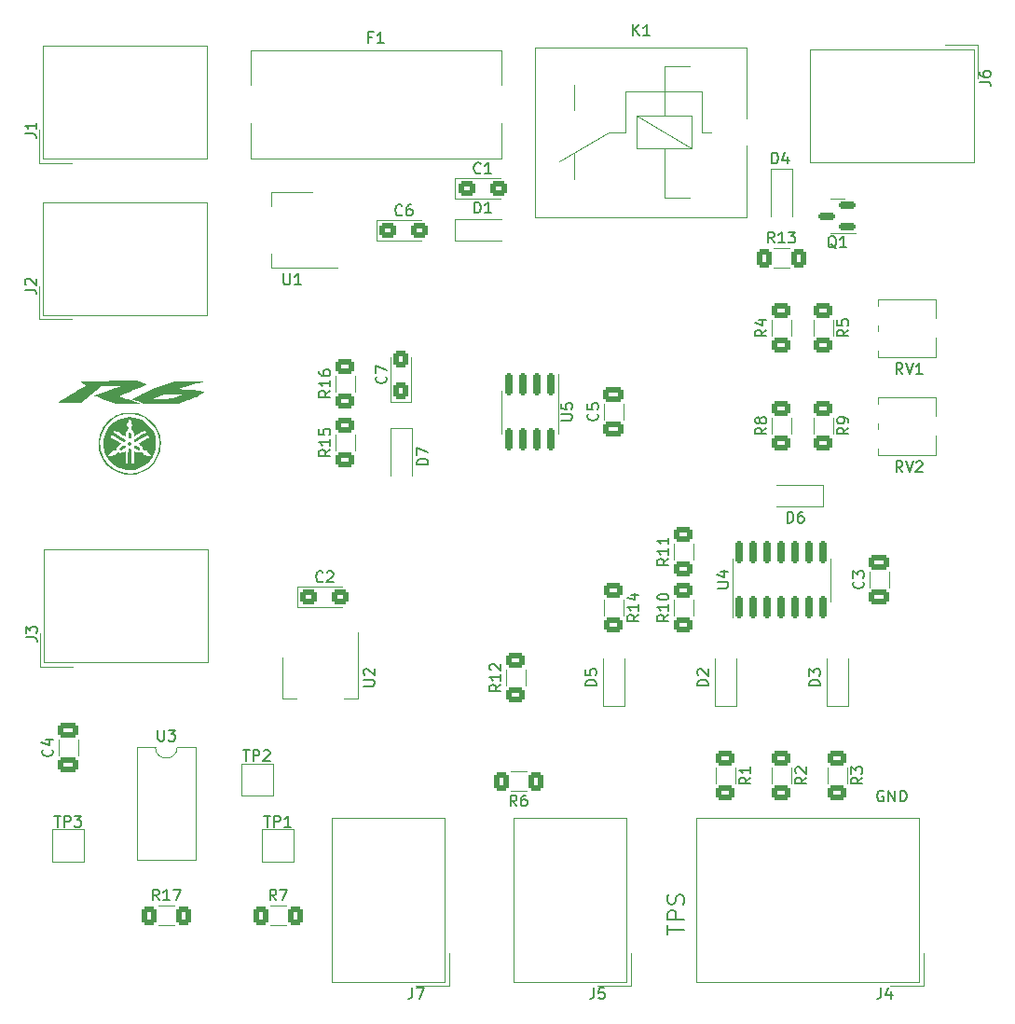
<source format=gto>
%TF.GenerationSoftware,KiCad,Pcbnew,(6.0.4)*%
%TF.CreationDate,2022-07-09T00:06:40+02:00*%
%TF.ProjectId,BSPDandIndication,42535044-616e-4644-996e-646963617469,1.0*%
%TF.SameCoordinates,Original*%
%TF.FileFunction,Legend,Top*%
%TF.FilePolarity,Positive*%
%FSLAX46Y46*%
G04 Gerber Fmt 4.6, Leading zero omitted, Abs format (unit mm)*
G04 Created by KiCad (PCBNEW (6.0.4)) date 2022-07-09 00:06:40*
%MOMM*%
%LPD*%
G01*
G04 APERTURE LIST*
G04 Aperture macros list*
%AMRoundRect*
0 Rectangle with rounded corners*
0 $1 Rounding radius*
0 $2 $3 $4 $5 $6 $7 $8 $9 X,Y pos of 4 corners*
0 Add a 4 corners polygon primitive as box body*
4,1,4,$2,$3,$4,$5,$6,$7,$8,$9,$2,$3,0*
0 Add four circle primitives for the rounded corners*
1,1,$1+$1,$2,$3*
1,1,$1+$1,$4,$5*
1,1,$1+$1,$6,$7*
1,1,$1+$1,$8,$9*
0 Add four rect primitives between the rounded corners*
20,1,$1+$1,$2,$3,$4,$5,0*
20,1,$1+$1,$4,$5,$6,$7,0*
20,1,$1+$1,$6,$7,$8,$9,0*
20,1,$1+$1,$8,$9,$2,$3,0*%
G04 Aperture macros list end*
%ADD10C,0.150000*%
%ADD11C,0.120000*%
%ADD12R,2.000000X1.500000*%
%ADD13R,2.000000X3.800000*%
%ADD14R,1.300000X1.300000*%
%ADD15R,2.000000X1.300000*%
%ADD16R,3.000000X3.000000*%
%ADD17C,3.000000*%
%ADD18RoundRect,0.250000X0.625000X-0.400000X0.625000X0.400000X-0.625000X0.400000X-0.625000X-0.400000X0*%
%ADD19RoundRect,0.250000X-0.625000X0.400000X-0.625000X-0.400000X0.625000X-0.400000X0.625000X0.400000X0*%
%ADD20RoundRect,0.150000X0.150000X-0.825000X0.150000X0.825000X-0.150000X0.825000X-0.150000X-0.825000X0*%
%ADD21R,2.500000X2.500000*%
%ADD22RoundRect,0.250000X0.650000X-0.412500X0.650000X0.412500X-0.650000X0.412500X-0.650000X-0.412500X0*%
%ADD23RoundRect,0.250000X-0.400000X-0.625000X0.400000X-0.625000X0.400000X0.625000X-0.400000X0.625000X0*%
%ADD24RoundRect,0.250000X0.425000X-0.537500X0.425000X0.537500X-0.425000X0.537500X-0.425000X-0.537500X0*%
%ADD25R,1.500000X2.000000*%
%ADD26R,3.800000X2.000000*%
%ADD27R,1.600000X1.600000*%
%ADD28O,1.600000X1.600000*%
%ADD29R,1.300000X1.700000*%
%ADD30RoundRect,0.250000X-0.537500X-0.425000X0.537500X-0.425000X0.537500X0.425000X-0.537500X0.425000X0*%
%ADD31RoundRect,0.250000X0.400000X0.625000X-0.400000X0.625000X-0.400000X-0.625000X0.400000X-0.625000X0*%
%ADD32RoundRect,0.150000X0.587500X0.150000X-0.587500X0.150000X-0.587500X-0.150000X0.587500X-0.150000X0*%
%ADD33R,1.700000X1.300000*%
%ADD34RoundRect,0.150000X-0.150000X0.825000X-0.150000X-0.825000X0.150000X-0.825000X0.150000X0.825000X0*%
%ADD35C,2.700000*%
G04 APERTURE END LIST*
D10*
X97282095Y-83320000D02*
X97186857Y-83272380D01*
X97044000Y-83272380D01*
X96901142Y-83320000D01*
X96805904Y-83415238D01*
X96758285Y-83510476D01*
X96710666Y-83700952D01*
X96710666Y-83843809D01*
X96758285Y-84034285D01*
X96805904Y-84129523D01*
X96901142Y-84224761D01*
X97044000Y-84272380D01*
X97139238Y-84272380D01*
X97282095Y-84224761D01*
X97329714Y-84177142D01*
X97329714Y-83843809D01*
X97139238Y-83843809D01*
X97758285Y-84272380D02*
X97758285Y-83272380D01*
X98329714Y-84272380D01*
X98329714Y-83272380D01*
X98805904Y-84272380D02*
X98805904Y-83272380D01*
X99044000Y-83272380D01*
X99186857Y-83320000D01*
X99282095Y-83415238D01*
X99329714Y-83510476D01*
X99377333Y-83700952D01*
X99377333Y-83843809D01*
X99329714Y-84034285D01*
X99282095Y-84129523D01*
X99186857Y-84224761D01*
X99044000Y-84272380D01*
X98805904Y-84272380D01*
X77664571Y-96380857D02*
X77664571Y-95523714D01*
X79164571Y-95952285D02*
X77664571Y-95952285D01*
X79164571Y-95023714D02*
X77664571Y-95023714D01*
X77664571Y-94452285D01*
X77736000Y-94309428D01*
X77807428Y-94238000D01*
X77950285Y-94166571D01*
X78164571Y-94166571D01*
X78307428Y-94238000D01*
X78378857Y-94309428D01*
X78450285Y-94452285D01*
X78450285Y-95023714D01*
X79093142Y-93595142D02*
X79164571Y-93380857D01*
X79164571Y-93023714D01*
X79093142Y-92880857D01*
X79021714Y-92809428D01*
X78878857Y-92738000D01*
X78736000Y-92738000D01*
X78593142Y-92809428D01*
X78521714Y-92880857D01*
X78450285Y-93023714D01*
X78378857Y-93309428D01*
X78307428Y-93452285D01*
X78236000Y-93523714D01*
X78093142Y-93595142D01*
X77950285Y-93595142D01*
X77807428Y-93523714D01*
X77736000Y-93452285D01*
X77664571Y-93309428D01*
X77664571Y-92952285D01*
X77736000Y-92738000D01*
%TO.C,U1*%
X42799095Y-36337380D02*
X42799095Y-37146904D01*
X42846714Y-37242142D01*
X42894333Y-37289761D01*
X42989571Y-37337380D01*
X43180047Y-37337380D01*
X43275285Y-37289761D01*
X43322904Y-37242142D01*
X43370523Y-37146904D01*
X43370523Y-36337380D01*
X44370523Y-37337380D02*
X43799095Y-37337380D01*
X44084809Y-37337380D02*
X44084809Y-36337380D01*
X43989571Y-36480238D01*
X43894333Y-36575476D01*
X43799095Y-36623095D01*
%TO.C,RV2*%
X99020761Y-54367380D02*
X98687428Y-53891190D01*
X98449333Y-54367380D02*
X98449333Y-53367380D01*
X98830285Y-53367380D01*
X98925523Y-53415000D01*
X98973142Y-53462619D01*
X99020761Y-53557857D01*
X99020761Y-53700714D01*
X98973142Y-53795952D01*
X98925523Y-53843571D01*
X98830285Y-53891190D01*
X98449333Y-53891190D01*
X99306476Y-53367380D02*
X99639809Y-54367380D01*
X99973142Y-53367380D01*
X100258857Y-53462619D02*
X100306476Y-53415000D01*
X100401714Y-53367380D01*
X100639809Y-53367380D01*
X100735047Y-53415000D01*
X100782666Y-53462619D01*
X100830285Y-53557857D01*
X100830285Y-53653095D01*
X100782666Y-53795952D01*
X100211238Y-54367380D01*
X100830285Y-54367380D01*
%TO.C,J5*%
X70985166Y-101174880D02*
X70985166Y-101889166D01*
X70937547Y-102032023D01*
X70842309Y-102127261D01*
X70699452Y-102174880D01*
X70604214Y-102174880D01*
X71937547Y-101174880D02*
X71461357Y-101174880D01*
X71413738Y-101651071D01*
X71461357Y-101603452D01*
X71556595Y-101555833D01*
X71794690Y-101555833D01*
X71889928Y-101603452D01*
X71937547Y-101651071D01*
X71985166Y-101746309D01*
X71985166Y-101984404D01*
X71937547Y-102079642D01*
X71889928Y-102127261D01*
X71794690Y-102174880D01*
X71556595Y-102174880D01*
X71461357Y-102127261D01*
X71413738Y-102079642D01*
%TO.C,R16*%
X47019380Y-46971857D02*
X46543190Y-47305190D01*
X47019380Y-47543285D02*
X46019380Y-47543285D01*
X46019380Y-47162333D01*
X46067000Y-47067095D01*
X46114619Y-47019476D01*
X46209857Y-46971857D01*
X46352714Y-46971857D01*
X46447952Y-47019476D01*
X46495571Y-47067095D01*
X46543190Y-47162333D01*
X46543190Y-47543285D01*
X47019380Y-46019476D02*
X47019380Y-46590904D01*
X47019380Y-46305190D02*
X46019380Y-46305190D01*
X46162238Y-46400428D01*
X46257476Y-46495666D01*
X46305095Y-46590904D01*
X46019380Y-45162333D02*
X46019380Y-45352809D01*
X46067000Y-45448047D01*
X46114619Y-45495666D01*
X46257476Y-45590904D01*
X46447952Y-45638523D01*
X46828904Y-45638523D01*
X46924142Y-45590904D01*
X46971761Y-45543285D01*
X47019380Y-45448047D01*
X47019380Y-45257571D01*
X46971761Y-45162333D01*
X46924142Y-45114714D01*
X46828904Y-45067095D01*
X46590809Y-45067095D01*
X46495571Y-45114714D01*
X46447952Y-45162333D01*
X46400333Y-45257571D01*
X46400333Y-45448047D01*
X46447952Y-45543285D01*
X46495571Y-45590904D01*
X46590809Y-45638523D01*
%TO.C,J4*%
X97075666Y-101179380D02*
X97075666Y-101893666D01*
X97028047Y-102036523D01*
X96932809Y-102131761D01*
X96789952Y-102179380D01*
X96694714Y-102179380D01*
X97980428Y-101512714D02*
X97980428Y-102179380D01*
X97742333Y-101131761D02*
X97504238Y-101846047D01*
X98123285Y-101846047D01*
%TO.C,R5*%
X94093380Y-41441666D02*
X93617190Y-41775000D01*
X94093380Y-42013095D02*
X93093380Y-42013095D01*
X93093380Y-41632142D01*
X93141000Y-41536904D01*
X93188619Y-41489285D01*
X93283857Y-41441666D01*
X93426714Y-41441666D01*
X93521952Y-41489285D01*
X93569571Y-41536904D01*
X93617190Y-41632142D01*
X93617190Y-42013095D01*
X93093380Y-40536904D02*
X93093380Y-41013095D01*
X93569571Y-41060714D01*
X93521952Y-41013095D01*
X93474333Y-40917857D01*
X93474333Y-40679761D01*
X93521952Y-40584523D01*
X93569571Y-40536904D01*
X93664809Y-40489285D01*
X93902904Y-40489285D01*
X93998142Y-40536904D01*
X94045761Y-40584523D01*
X94093380Y-40679761D01*
X94093380Y-40917857D01*
X94045761Y-41013095D01*
X93998142Y-41060714D01*
%TO.C,U4*%
X82183380Y-64896904D02*
X82992904Y-64896904D01*
X83088142Y-64849285D01*
X83135761Y-64801666D01*
X83183380Y-64706428D01*
X83183380Y-64515952D01*
X83135761Y-64420714D01*
X83088142Y-64373095D01*
X82992904Y-64325476D01*
X82183380Y-64325476D01*
X82516714Y-63420714D02*
X83183380Y-63420714D01*
X82135761Y-63658809D02*
X82850047Y-63896904D01*
X82850047Y-63277857D01*
%TO.C,TP2*%
X39124095Y-79600380D02*
X39695523Y-79600380D01*
X39409809Y-80600380D02*
X39409809Y-79600380D01*
X40028857Y-80600380D02*
X40028857Y-79600380D01*
X40409809Y-79600380D01*
X40505047Y-79648000D01*
X40552666Y-79695619D01*
X40600285Y-79790857D01*
X40600285Y-79933714D01*
X40552666Y-80028952D01*
X40505047Y-80076571D01*
X40409809Y-80124190D01*
X40028857Y-80124190D01*
X40981238Y-79695619D02*
X41028857Y-79648000D01*
X41124095Y-79600380D01*
X41362190Y-79600380D01*
X41457428Y-79648000D01*
X41505047Y-79695619D01*
X41552666Y-79790857D01*
X41552666Y-79886095D01*
X41505047Y-80028952D01*
X40933619Y-80600380D01*
X41552666Y-80600380D01*
%TO.C,R11*%
X77753380Y-62237857D02*
X77277190Y-62571190D01*
X77753380Y-62809285D02*
X76753380Y-62809285D01*
X76753380Y-62428333D01*
X76801000Y-62333095D01*
X76848619Y-62285476D01*
X76943857Y-62237857D01*
X77086714Y-62237857D01*
X77181952Y-62285476D01*
X77229571Y-62333095D01*
X77277190Y-62428333D01*
X77277190Y-62809285D01*
X77753380Y-61285476D02*
X77753380Y-61856904D01*
X77753380Y-61571190D02*
X76753380Y-61571190D01*
X76896238Y-61666428D01*
X76991476Y-61761666D01*
X77039095Y-61856904D01*
X77753380Y-60333095D02*
X77753380Y-60904523D01*
X77753380Y-60618809D02*
X76753380Y-60618809D01*
X76896238Y-60714047D01*
X76991476Y-60809285D01*
X77039095Y-60904523D01*
%TO.C,R10*%
X77753380Y-67317857D02*
X77277190Y-67651190D01*
X77753380Y-67889285D02*
X76753380Y-67889285D01*
X76753380Y-67508333D01*
X76801000Y-67413095D01*
X76848619Y-67365476D01*
X76943857Y-67317857D01*
X77086714Y-67317857D01*
X77181952Y-67365476D01*
X77229571Y-67413095D01*
X77277190Y-67508333D01*
X77277190Y-67889285D01*
X77753380Y-66365476D02*
X77753380Y-66936904D01*
X77753380Y-66651190D02*
X76753380Y-66651190D01*
X76896238Y-66746428D01*
X76991476Y-66841666D01*
X77039095Y-66936904D01*
X76753380Y-65746428D02*
X76753380Y-65651190D01*
X76801000Y-65555952D01*
X76848619Y-65508333D01*
X76943857Y-65460714D01*
X77134333Y-65413095D01*
X77372428Y-65413095D01*
X77562904Y-65460714D01*
X77658142Y-65508333D01*
X77705761Y-65555952D01*
X77753380Y-65651190D01*
X77753380Y-65746428D01*
X77705761Y-65841666D01*
X77658142Y-65889285D01*
X77562904Y-65936904D01*
X77372428Y-65984523D01*
X77134333Y-65984523D01*
X76943857Y-65936904D01*
X76848619Y-65889285D01*
X76801000Y-65841666D01*
X76753380Y-65746428D01*
%TO.C,C4*%
X21748142Y-79541666D02*
X21795761Y-79589285D01*
X21843380Y-79732142D01*
X21843380Y-79827380D01*
X21795761Y-79970238D01*
X21700523Y-80065476D01*
X21605285Y-80113095D01*
X21414809Y-80160714D01*
X21271952Y-80160714D01*
X21081476Y-80113095D01*
X20986238Y-80065476D01*
X20891000Y-79970238D01*
X20843380Y-79827380D01*
X20843380Y-79732142D01*
X20891000Y-79589285D01*
X20938619Y-79541666D01*
X21176714Y-78684523D02*
X21843380Y-78684523D01*
X20795761Y-78922619D02*
X21510047Y-79160714D01*
X21510047Y-78541666D01*
%TO.C,R13*%
X87368142Y-33557380D02*
X87034809Y-33081190D01*
X86796714Y-33557380D02*
X86796714Y-32557380D01*
X87177666Y-32557380D01*
X87272904Y-32605000D01*
X87320523Y-32652619D01*
X87368142Y-32747857D01*
X87368142Y-32890714D01*
X87320523Y-32985952D01*
X87272904Y-33033571D01*
X87177666Y-33081190D01*
X86796714Y-33081190D01*
X88320523Y-33557380D02*
X87749095Y-33557380D01*
X88034809Y-33557380D02*
X88034809Y-32557380D01*
X87939571Y-32700238D01*
X87844333Y-32795476D01*
X87749095Y-32843095D01*
X88653857Y-32557380D02*
X89272904Y-32557380D01*
X88939571Y-32938333D01*
X89082428Y-32938333D01*
X89177666Y-32985952D01*
X89225285Y-33033571D01*
X89272904Y-33128809D01*
X89272904Y-33366904D01*
X89225285Y-33462142D01*
X89177666Y-33509761D01*
X89082428Y-33557380D01*
X88796714Y-33557380D01*
X88701476Y-33509761D01*
X88653857Y-33462142D01*
%TO.C,C7*%
X52074142Y-45673166D02*
X52121761Y-45720785D01*
X52169380Y-45863642D01*
X52169380Y-45958880D01*
X52121761Y-46101738D01*
X52026523Y-46196976D01*
X51931285Y-46244595D01*
X51740809Y-46292214D01*
X51597952Y-46292214D01*
X51407476Y-46244595D01*
X51312238Y-46196976D01*
X51217000Y-46101738D01*
X51169380Y-45958880D01*
X51169380Y-45863642D01*
X51217000Y-45720785D01*
X51264619Y-45673166D01*
X51169380Y-45339833D02*
X51169380Y-44673166D01*
X52169380Y-45101738D01*
%TO.C,C5*%
X71278142Y-49061666D02*
X71325761Y-49109285D01*
X71373380Y-49252142D01*
X71373380Y-49347380D01*
X71325761Y-49490238D01*
X71230523Y-49585476D01*
X71135285Y-49633095D01*
X70944809Y-49680714D01*
X70801952Y-49680714D01*
X70611476Y-49633095D01*
X70516238Y-49585476D01*
X70421000Y-49490238D01*
X70373380Y-49347380D01*
X70373380Y-49252142D01*
X70421000Y-49109285D01*
X70468619Y-49061666D01*
X70373380Y-48156904D02*
X70373380Y-48633095D01*
X70849571Y-48680714D01*
X70801952Y-48633095D01*
X70754333Y-48537857D01*
X70754333Y-48299761D01*
X70801952Y-48204523D01*
X70849571Y-48156904D01*
X70944809Y-48109285D01*
X71182904Y-48109285D01*
X71278142Y-48156904D01*
X71325761Y-48204523D01*
X71373380Y-48299761D01*
X71373380Y-48537857D01*
X71325761Y-48633095D01*
X71278142Y-48680714D01*
%TO.C,R4*%
X86643380Y-41441666D02*
X86167190Y-41775000D01*
X86643380Y-42013095D02*
X85643380Y-42013095D01*
X85643380Y-41632142D01*
X85691000Y-41536904D01*
X85738619Y-41489285D01*
X85833857Y-41441666D01*
X85976714Y-41441666D01*
X86071952Y-41489285D01*
X86119571Y-41536904D01*
X86167190Y-41632142D01*
X86167190Y-42013095D01*
X85976714Y-40584523D02*
X86643380Y-40584523D01*
X85595761Y-40822619D02*
X86310047Y-41060714D01*
X86310047Y-40441666D01*
%TO.C,U2*%
X50053380Y-73786904D02*
X50862904Y-73786904D01*
X50958142Y-73739285D01*
X51005761Y-73691666D01*
X51053380Y-73596428D01*
X51053380Y-73405952D01*
X51005761Y-73310714D01*
X50958142Y-73263095D01*
X50862904Y-73215476D01*
X50053380Y-73215476D01*
X50148619Y-72786904D02*
X50101000Y-72739285D01*
X50053380Y-72644047D01*
X50053380Y-72405952D01*
X50101000Y-72310714D01*
X50148619Y-72263095D01*
X50243857Y-72215476D01*
X50339095Y-72215476D01*
X50481952Y-72263095D01*
X51053380Y-72834523D01*
X51053380Y-72215476D01*
%TO.C,U3*%
X31379095Y-77777380D02*
X31379095Y-78586904D01*
X31426714Y-78682142D01*
X31474333Y-78729761D01*
X31569571Y-78777380D01*
X31760047Y-78777380D01*
X31855285Y-78729761D01*
X31902904Y-78682142D01*
X31950523Y-78586904D01*
X31950523Y-77777380D01*
X32331476Y-77777380D02*
X32950523Y-77777380D01*
X32617190Y-78158333D01*
X32760047Y-78158333D01*
X32855285Y-78205952D01*
X32902904Y-78253571D01*
X32950523Y-78348809D01*
X32950523Y-78586904D01*
X32902904Y-78682142D01*
X32855285Y-78729761D01*
X32760047Y-78777380D01*
X32474333Y-78777380D01*
X32379095Y-78729761D01*
X32331476Y-78682142D01*
%TO.C,TP1*%
X41029095Y-85569380D02*
X41600523Y-85569380D01*
X41314809Y-86569380D02*
X41314809Y-85569380D01*
X41933857Y-86569380D02*
X41933857Y-85569380D01*
X42314809Y-85569380D01*
X42410047Y-85617000D01*
X42457666Y-85664619D01*
X42505285Y-85759857D01*
X42505285Y-85902714D01*
X42457666Y-85997952D01*
X42410047Y-86045571D01*
X42314809Y-86093190D01*
X41933857Y-86093190D01*
X43457666Y-86569380D02*
X42886238Y-86569380D01*
X43171952Y-86569380D02*
X43171952Y-85569380D01*
X43076714Y-85712238D01*
X42981476Y-85807476D01*
X42886238Y-85855095D01*
%TO.C,R8*%
X86643380Y-50331666D02*
X86167190Y-50665000D01*
X86643380Y-50903095D02*
X85643380Y-50903095D01*
X85643380Y-50522142D01*
X85691000Y-50426904D01*
X85738619Y-50379285D01*
X85833857Y-50331666D01*
X85976714Y-50331666D01*
X86071952Y-50379285D01*
X86119571Y-50426904D01*
X86167190Y-50522142D01*
X86167190Y-50903095D01*
X86071952Y-49760238D02*
X86024333Y-49855476D01*
X85976714Y-49903095D01*
X85881476Y-49950714D01*
X85833857Y-49950714D01*
X85738619Y-49903095D01*
X85691000Y-49855476D01*
X85643380Y-49760238D01*
X85643380Y-49569761D01*
X85691000Y-49474523D01*
X85738619Y-49426904D01*
X85833857Y-49379285D01*
X85881476Y-49379285D01*
X85976714Y-49426904D01*
X86024333Y-49474523D01*
X86071952Y-49569761D01*
X86071952Y-49760238D01*
X86119571Y-49855476D01*
X86167190Y-49903095D01*
X86262428Y-49950714D01*
X86452904Y-49950714D01*
X86548142Y-49903095D01*
X86595761Y-49855476D01*
X86643380Y-49760238D01*
X86643380Y-49569761D01*
X86595761Y-49474523D01*
X86548142Y-49426904D01*
X86452904Y-49379285D01*
X86262428Y-49379285D01*
X86167190Y-49426904D01*
X86119571Y-49474523D01*
X86071952Y-49569761D01*
%TO.C,R2*%
X90283380Y-82081666D02*
X89807190Y-82415000D01*
X90283380Y-82653095D02*
X89283380Y-82653095D01*
X89283380Y-82272142D01*
X89331000Y-82176904D01*
X89378619Y-82129285D01*
X89473857Y-82081666D01*
X89616714Y-82081666D01*
X89711952Y-82129285D01*
X89759571Y-82176904D01*
X89807190Y-82272142D01*
X89807190Y-82653095D01*
X89378619Y-81700714D02*
X89331000Y-81653095D01*
X89283380Y-81557857D01*
X89283380Y-81319761D01*
X89331000Y-81224523D01*
X89378619Y-81176904D01*
X89473857Y-81129285D01*
X89569095Y-81129285D01*
X89711952Y-81176904D01*
X90283380Y-81748333D01*
X90283380Y-81129285D01*
%TO.C,RV1*%
X99020761Y-45477380D02*
X98687428Y-45001190D01*
X98449333Y-45477380D02*
X98449333Y-44477380D01*
X98830285Y-44477380D01*
X98925523Y-44525000D01*
X98973142Y-44572619D01*
X99020761Y-44667857D01*
X99020761Y-44810714D01*
X98973142Y-44905952D01*
X98925523Y-44953571D01*
X98830285Y-45001190D01*
X98449333Y-45001190D01*
X99306476Y-44477380D02*
X99639809Y-45477380D01*
X99973142Y-44477380D01*
X100830285Y-45477380D02*
X100258857Y-45477380D01*
X100544571Y-45477380D02*
X100544571Y-44477380D01*
X100449333Y-44620238D01*
X100354095Y-44715476D01*
X100258857Y-44763095D01*
%TO.C,J6*%
X106000880Y-18930833D02*
X106715166Y-18930833D01*
X106858023Y-18978452D01*
X106953261Y-19073690D01*
X107000880Y-19216547D01*
X107000880Y-19311785D01*
X106000880Y-18026071D02*
X106000880Y-18216547D01*
X106048500Y-18311785D01*
X106096119Y-18359404D01*
X106238976Y-18454642D01*
X106429452Y-18502261D01*
X106810404Y-18502261D01*
X106905642Y-18454642D01*
X106953261Y-18407023D01*
X107000880Y-18311785D01*
X107000880Y-18121309D01*
X106953261Y-18026071D01*
X106905642Y-17978452D01*
X106810404Y-17930833D01*
X106572309Y-17930833D01*
X106477071Y-17978452D01*
X106429452Y-18026071D01*
X106381833Y-18121309D01*
X106381833Y-18311785D01*
X106429452Y-18407023D01*
X106477071Y-18454642D01*
X106572309Y-18502261D01*
%TO.C,D6*%
X88542904Y-58967380D02*
X88542904Y-57967380D01*
X88781000Y-57967380D01*
X88923857Y-58015000D01*
X89019095Y-58110238D01*
X89066714Y-58205476D01*
X89114333Y-58395952D01*
X89114333Y-58538809D01*
X89066714Y-58729285D01*
X89019095Y-58824523D01*
X88923857Y-58919761D01*
X88781000Y-58967380D01*
X88542904Y-58967380D01*
X89971476Y-57967380D02*
X89781000Y-57967380D01*
X89685761Y-58015000D01*
X89638142Y-58062619D01*
X89542904Y-58205476D01*
X89495285Y-58395952D01*
X89495285Y-58776904D01*
X89542904Y-58872142D01*
X89590523Y-58919761D01*
X89685761Y-58967380D01*
X89876238Y-58967380D01*
X89971476Y-58919761D01*
X90019095Y-58872142D01*
X90066714Y-58776904D01*
X90066714Y-58538809D01*
X90019095Y-58443571D01*
X89971476Y-58395952D01*
X89876238Y-58348333D01*
X89685761Y-58348333D01*
X89590523Y-58395952D01*
X89542904Y-58443571D01*
X89495285Y-58538809D01*
%TO.C,J3*%
X19395880Y-69365833D02*
X20110166Y-69365833D01*
X20253023Y-69413452D01*
X20348261Y-69508690D01*
X20395880Y-69651547D01*
X20395880Y-69746785D01*
X19395880Y-68984880D02*
X19395880Y-68365833D01*
X19776833Y-68699166D01*
X19776833Y-68556309D01*
X19824452Y-68461071D01*
X19872071Y-68413452D01*
X19967309Y-68365833D01*
X20205404Y-68365833D01*
X20300642Y-68413452D01*
X20348261Y-68461071D01*
X20395880Y-68556309D01*
X20395880Y-68842023D01*
X20348261Y-68937261D01*
X20300642Y-68984880D01*
%TO.C,R3*%
X95363380Y-82081666D02*
X94887190Y-82415000D01*
X95363380Y-82653095D02*
X94363380Y-82653095D01*
X94363380Y-82272142D01*
X94411000Y-82176904D01*
X94458619Y-82129285D01*
X94553857Y-82081666D01*
X94696714Y-82081666D01*
X94791952Y-82129285D01*
X94839571Y-82176904D01*
X94887190Y-82272142D01*
X94887190Y-82653095D01*
X94363380Y-81748333D02*
X94363380Y-81129285D01*
X94744333Y-81462619D01*
X94744333Y-81319761D01*
X94791952Y-81224523D01*
X94839571Y-81176904D01*
X94934809Y-81129285D01*
X95172904Y-81129285D01*
X95268142Y-81176904D01*
X95315761Y-81224523D01*
X95363380Y-81319761D01*
X95363380Y-81605476D01*
X95315761Y-81700714D01*
X95268142Y-81748333D01*
%TO.C,C1*%
X60694333Y-27182142D02*
X60646714Y-27229761D01*
X60503857Y-27277380D01*
X60408619Y-27277380D01*
X60265761Y-27229761D01*
X60170523Y-27134523D01*
X60122904Y-27039285D01*
X60075285Y-26848809D01*
X60075285Y-26705952D01*
X60122904Y-26515476D01*
X60170523Y-26420238D01*
X60265761Y-26325000D01*
X60408619Y-26277380D01*
X60503857Y-26277380D01*
X60646714Y-26325000D01*
X60694333Y-26372619D01*
X61646714Y-27277380D02*
X61075285Y-27277380D01*
X61361000Y-27277380D02*
X61361000Y-26277380D01*
X61265761Y-26420238D01*
X61170523Y-26515476D01*
X61075285Y-26563095D01*
%TO.C,J1*%
X19303380Y-23645833D02*
X20017666Y-23645833D01*
X20160523Y-23693452D01*
X20255761Y-23788690D01*
X20303380Y-23931547D01*
X20303380Y-24026785D01*
X20303380Y-22645833D02*
X20303380Y-23217261D01*
X20303380Y-22931547D02*
X19303380Y-22931547D01*
X19446238Y-23026785D01*
X19541476Y-23122023D01*
X19589095Y-23217261D01*
%TO.C,R6*%
X63968333Y-84695380D02*
X63635000Y-84219190D01*
X63396904Y-84695380D02*
X63396904Y-83695380D01*
X63777857Y-83695380D01*
X63873095Y-83743000D01*
X63920714Y-83790619D01*
X63968333Y-83885857D01*
X63968333Y-84028714D01*
X63920714Y-84123952D01*
X63873095Y-84171571D01*
X63777857Y-84219190D01*
X63396904Y-84219190D01*
X64825476Y-83695380D02*
X64635000Y-83695380D01*
X64539761Y-83743000D01*
X64492142Y-83790619D01*
X64396904Y-83933476D01*
X64349285Y-84123952D01*
X64349285Y-84504904D01*
X64396904Y-84600142D01*
X64444523Y-84647761D01*
X64539761Y-84695380D01*
X64730238Y-84695380D01*
X64825476Y-84647761D01*
X64873095Y-84600142D01*
X64920714Y-84504904D01*
X64920714Y-84266809D01*
X64873095Y-84171571D01*
X64825476Y-84123952D01*
X64730238Y-84076333D01*
X64539761Y-84076333D01*
X64444523Y-84123952D01*
X64396904Y-84171571D01*
X64349285Y-84266809D01*
%TO.C,C3*%
X95408142Y-64301666D02*
X95455761Y-64349285D01*
X95503380Y-64492142D01*
X95503380Y-64587380D01*
X95455761Y-64730238D01*
X95360523Y-64825476D01*
X95265285Y-64873095D01*
X95074809Y-64920714D01*
X94931952Y-64920714D01*
X94741476Y-64873095D01*
X94646238Y-64825476D01*
X94551000Y-64730238D01*
X94503380Y-64587380D01*
X94503380Y-64492142D01*
X94551000Y-64349285D01*
X94598619Y-64301666D01*
X94503380Y-63968333D02*
X94503380Y-63349285D01*
X94884333Y-63682619D01*
X94884333Y-63539761D01*
X94931952Y-63444523D01*
X94979571Y-63396904D01*
X95074809Y-63349285D01*
X95312904Y-63349285D01*
X95408142Y-63396904D01*
X95455761Y-63444523D01*
X95503380Y-63539761D01*
X95503380Y-63825476D01*
X95455761Y-63920714D01*
X95408142Y-63968333D01*
%TO.C,D1*%
X60122904Y-30837380D02*
X60122904Y-29837380D01*
X60361000Y-29837380D01*
X60503857Y-29885000D01*
X60599095Y-29980238D01*
X60646714Y-30075476D01*
X60694333Y-30265952D01*
X60694333Y-30408809D01*
X60646714Y-30599285D01*
X60599095Y-30694523D01*
X60503857Y-30789761D01*
X60361000Y-30837380D01*
X60122904Y-30837380D01*
X61646714Y-30837380D02*
X61075285Y-30837380D01*
X61361000Y-30837380D02*
X61361000Y-29837380D01*
X61265761Y-29980238D01*
X61170523Y-30075476D01*
X61075285Y-30123095D01*
%TO.C,R14*%
X75043380Y-67317857D02*
X74567190Y-67651190D01*
X75043380Y-67889285D02*
X74043380Y-67889285D01*
X74043380Y-67508333D01*
X74091000Y-67413095D01*
X74138619Y-67365476D01*
X74233857Y-67317857D01*
X74376714Y-67317857D01*
X74471952Y-67365476D01*
X74519571Y-67413095D01*
X74567190Y-67508333D01*
X74567190Y-67889285D01*
X75043380Y-66365476D02*
X75043380Y-66936904D01*
X75043380Y-66651190D02*
X74043380Y-66651190D01*
X74186238Y-66746428D01*
X74281476Y-66841666D01*
X74329095Y-66936904D01*
X74376714Y-65508333D02*
X75043380Y-65508333D01*
X73995761Y-65746428D02*
X74710047Y-65984523D01*
X74710047Y-65365476D01*
%TO.C,R9*%
X94093380Y-50331666D02*
X93617190Y-50665000D01*
X94093380Y-50903095D02*
X93093380Y-50903095D01*
X93093380Y-50522142D01*
X93141000Y-50426904D01*
X93188619Y-50379285D01*
X93283857Y-50331666D01*
X93426714Y-50331666D01*
X93521952Y-50379285D01*
X93569571Y-50426904D01*
X93617190Y-50522142D01*
X93617190Y-50903095D01*
X94093380Y-49855476D02*
X94093380Y-49665000D01*
X94045761Y-49569761D01*
X93998142Y-49522142D01*
X93855285Y-49426904D01*
X93664809Y-49379285D01*
X93283857Y-49379285D01*
X93188619Y-49426904D01*
X93141000Y-49474523D01*
X93093380Y-49569761D01*
X93093380Y-49760238D01*
X93141000Y-49855476D01*
X93188619Y-49903095D01*
X93283857Y-49950714D01*
X93521952Y-49950714D01*
X93617190Y-49903095D01*
X93664809Y-49855476D01*
X93712428Y-49760238D01*
X93712428Y-49569761D01*
X93664809Y-49474523D01*
X93617190Y-49426904D01*
X93521952Y-49379285D01*
%TO.C,Q1*%
X92995761Y-34062619D02*
X92900523Y-34015000D01*
X92805285Y-33919761D01*
X92662428Y-33776904D01*
X92567190Y-33729285D01*
X92471952Y-33729285D01*
X92519571Y-33967380D02*
X92424333Y-33919761D01*
X92329095Y-33824523D01*
X92281476Y-33634047D01*
X92281476Y-33300714D01*
X92329095Y-33110238D01*
X92424333Y-33015000D01*
X92519571Y-32967380D01*
X92710047Y-32967380D01*
X92805285Y-33015000D01*
X92900523Y-33110238D01*
X92948142Y-33300714D01*
X92948142Y-33634047D01*
X92900523Y-33824523D01*
X92805285Y-33919761D01*
X92710047Y-33967380D01*
X92519571Y-33967380D01*
X93900523Y-33967380D02*
X93329095Y-33967380D01*
X93614809Y-33967380D02*
X93614809Y-32967380D01*
X93519571Y-33110238D01*
X93424333Y-33205476D01*
X93329095Y-33253095D01*
%TO.C,C6*%
X53554333Y-30992142D02*
X53506714Y-31039761D01*
X53363857Y-31087380D01*
X53268619Y-31087380D01*
X53125761Y-31039761D01*
X53030523Y-30944523D01*
X52982904Y-30849285D01*
X52935285Y-30658809D01*
X52935285Y-30515952D01*
X52982904Y-30325476D01*
X53030523Y-30230238D01*
X53125761Y-30135000D01*
X53268619Y-30087380D01*
X53363857Y-30087380D01*
X53506714Y-30135000D01*
X53554333Y-30182619D01*
X54411476Y-30087380D02*
X54221000Y-30087380D01*
X54125761Y-30135000D01*
X54078142Y-30182619D01*
X53982904Y-30325476D01*
X53935285Y-30515952D01*
X53935285Y-30896904D01*
X53982904Y-30992142D01*
X54030523Y-31039761D01*
X54125761Y-31087380D01*
X54316238Y-31087380D01*
X54411476Y-31039761D01*
X54459095Y-30992142D01*
X54506714Y-30896904D01*
X54506714Y-30658809D01*
X54459095Y-30563571D01*
X54411476Y-30515952D01*
X54316238Y-30468333D01*
X54125761Y-30468333D01*
X54030523Y-30515952D01*
X53982904Y-30563571D01*
X53935285Y-30658809D01*
%TO.C,C2*%
X46355833Y-64266142D02*
X46308214Y-64313761D01*
X46165357Y-64361380D01*
X46070119Y-64361380D01*
X45927261Y-64313761D01*
X45832023Y-64218523D01*
X45784404Y-64123285D01*
X45736785Y-63932809D01*
X45736785Y-63789952D01*
X45784404Y-63599476D01*
X45832023Y-63504238D01*
X45927261Y-63409000D01*
X46070119Y-63361380D01*
X46165357Y-63361380D01*
X46308214Y-63409000D01*
X46355833Y-63456619D01*
X46736785Y-63456619D02*
X46784404Y-63409000D01*
X46879642Y-63361380D01*
X47117738Y-63361380D01*
X47212976Y-63409000D01*
X47260595Y-63456619D01*
X47308214Y-63551857D01*
X47308214Y-63647095D01*
X47260595Y-63789952D01*
X46689166Y-64361380D01*
X47308214Y-64361380D01*
%TO.C,D5*%
X71223380Y-73763095D02*
X70223380Y-73763095D01*
X70223380Y-73525000D01*
X70271000Y-73382142D01*
X70366238Y-73286904D01*
X70461476Y-73239285D01*
X70651952Y-73191666D01*
X70794809Y-73191666D01*
X70985285Y-73239285D01*
X71080523Y-73286904D01*
X71175761Y-73382142D01*
X71223380Y-73525000D01*
X71223380Y-73763095D01*
X70223380Y-72286904D02*
X70223380Y-72763095D01*
X70699571Y-72810714D01*
X70651952Y-72763095D01*
X70604333Y-72667857D01*
X70604333Y-72429761D01*
X70651952Y-72334523D01*
X70699571Y-72286904D01*
X70794809Y-72239285D01*
X71032904Y-72239285D01*
X71128142Y-72286904D01*
X71175761Y-72334523D01*
X71223380Y-72429761D01*
X71223380Y-72667857D01*
X71175761Y-72763095D01*
X71128142Y-72810714D01*
%TO.C,R17*%
X31488142Y-93247380D02*
X31154809Y-92771190D01*
X30916714Y-93247380D02*
X30916714Y-92247380D01*
X31297666Y-92247380D01*
X31392904Y-92295000D01*
X31440523Y-92342619D01*
X31488142Y-92437857D01*
X31488142Y-92580714D01*
X31440523Y-92675952D01*
X31392904Y-92723571D01*
X31297666Y-92771190D01*
X30916714Y-92771190D01*
X32440523Y-93247380D02*
X31869095Y-93247380D01*
X32154809Y-93247380D02*
X32154809Y-92247380D01*
X32059571Y-92390238D01*
X31964333Y-92485476D01*
X31869095Y-92533095D01*
X32773857Y-92247380D02*
X33440523Y-92247380D01*
X33011952Y-93247380D01*
%TO.C,J2*%
X19303380Y-37798333D02*
X20017666Y-37798333D01*
X20160523Y-37845952D01*
X20255761Y-37941190D01*
X20303380Y-38084047D01*
X20303380Y-38179285D01*
X19398619Y-37369761D02*
X19351000Y-37322142D01*
X19303380Y-37226904D01*
X19303380Y-36988809D01*
X19351000Y-36893571D01*
X19398619Y-36845952D01*
X19493857Y-36798333D01*
X19589095Y-36798333D01*
X19731952Y-36845952D01*
X20303380Y-37417380D01*
X20303380Y-36798333D01*
%TO.C,R1*%
X85203380Y-82081666D02*
X84727190Y-82415000D01*
X85203380Y-82653095D02*
X84203380Y-82653095D01*
X84203380Y-82272142D01*
X84251000Y-82176904D01*
X84298619Y-82129285D01*
X84393857Y-82081666D01*
X84536714Y-82081666D01*
X84631952Y-82129285D01*
X84679571Y-82176904D01*
X84727190Y-82272142D01*
X84727190Y-82653095D01*
X85203380Y-81129285D02*
X85203380Y-81700714D01*
X85203380Y-81415000D02*
X84203380Y-81415000D01*
X84346238Y-81510238D01*
X84441476Y-81605476D01*
X84489095Y-81700714D01*
%TO.C,D7*%
X55919380Y-53697095D02*
X54919380Y-53697095D01*
X54919380Y-53459000D01*
X54967000Y-53316142D01*
X55062238Y-53220904D01*
X55157476Y-53173285D01*
X55347952Y-53125666D01*
X55490809Y-53125666D01*
X55681285Y-53173285D01*
X55776523Y-53220904D01*
X55871761Y-53316142D01*
X55919380Y-53459000D01*
X55919380Y-53697095D01*
X54919380Y-52792333D02*
X54919380Y-52125666D01*
X55919380Y-52554238D01*
%TO.C,U5*%
X68003380Y-49656904D02*
X68812904Y-49656904D01*
X68908142Y-49609285D01*
X68955761Y-49561666D01*
X69003380Y-49466428D01*
X69003380Y-49275952D01*
X68955761Y-49180714D01*
X68908142Y-49133095D01*
X68812904Y-49085476D01*
X68003380Y-49085476D01*
X68003380Y-48133095D02*
X68003380Y-48609285D01*
X68479571Y-48656904D01*
X68431952Y-48609285D01*
X68384333Y-48514047D01*
X68384333Y-48275952D01*
X68431952Y-48180714D01*
X68479571Y-48133095D01*
X68574809Y-48085476D01*
X68812904Y-48085476D01*
X68908142Y-48133095D01*
X68955761Y-48180714D01*
X69003380Y-48275952D01*
X69003380Y-48514047D01*
X68955761Y-48609285D01*
X68908142Y-48656904D01*
%TO.C,TP3*%
X21979095Y-85569380D02*
X22550523Y-85569380D01*
X22264809Y-86569380D02*
X22264809Y-85569380D01*
X22883857Y-86569380D02*
X22883857Y-85569380D01*
X23264809Y-85569380D01*
X23360047Y-85617000D01*
X23407666Y-85664619D01*
X23455285Y-85759857D01*
X23455285Y-85902714D01*
X23407666Y-85997952D01*
X23360047Y-86045571D01*
X23264809Y-86093190D01*
X22883857Y-86093190D01*
X23788619Y-85569380D02*
X24407666Y-85569380D01*
X24074333Y-85950333D01*
X24217190Y-85950333D01*
X24312428Y-85997952D01*
X24360047Y-86045571D01*
X24407666Y-86140809D01*
X24407666Y-86378904D01*
X24360047Y-86474142D01*
X24312428Y-86521761D01*
X24217190Y-86569380D01*
X23931476Y-86569380D01*
X23836238Y-86521761D01*
X23788619Y-86474142D01*
%TO.C,F1*%
X50847666Y-14883571D02*
X50514333Y-14883571D01*
X50514333Y-15407380D02*
X50514333Y-14407380D01*
X50990523Y-14407380D01*
X51895285Y-15407380D02*
X51323857Y-15407380D01*
X51609571Y-15407380D02*
X51609571Y-14407380D01*
X51514333Y-14550238D01*
X51419095Y-14645476D01*
X51323857Y-14693095D01*
%TO.C,D2*%
X81383380Y-73763095D02*
X80383380Y-73763095D01*
X80383380Y-73525000D01*
X80431000Y-73382142D01*
X80526238Y-73286904D01*
X80621476Y-73239285D01*
X80811952Y-73191666D01*
X80954809Y-73191666D01*
X81145285Y-73239285D01*
X81240523Y-73286904D01*
X81335761Y-73382142D01*
X81383380Y-73525000D01*
X81383380Y-73763095D01*
X80478619Y-72810714D02*
X80431000Y-72763095D01*
X80383380Y-72667857D01*
X80383380Y-72429761D01*
X80431000Y-72334523D01*
X80478619Y-72286904D01*
X80573857Y-72239285D01*
X80669095Y-72239285D01*
X80811952Y-72286904D01*
X81383380Y-72858333D01*
X81383380Y-72239285D01*
%TO.C,D3*%
X91543380Y-73763095D02*
X90543380Y-73763095D01*
X90543380Y-73525000D01*
X90591000Y-73382142D01*
X90686238Y-73286904D01*
X90781476Y-73239285D01*
X90971952Y-73191666D01*
X91114809Y-73191666D01*
X91305285Y-73239285D01*
X91400523Y-73286904D01*
X91495761Y-73382142D01*
X91543380Y-73525000D01*
X91543380Y-73763095D01*
X90543380Y-72858333D02*
X90543380Y-72239285D01*
X90924333Y-72572619D01*
X90924333Y-72429761D01*
X90971952Y-72334523D01*
X91019571Y-72286904D01*
X91114809Y-72239285D01*
X91352904Y-72239285D01*
X91448142Y-72286904D01*
X91495761Y-72334523D01*
X91543380Y-72429761D01*
X91543380Y-72715476D01*
X91495761Y-72810714D01*
X91448142Y-72858333D01*
%TO.C,D4*%
X87145904Y-26360380D02*
X87145904Y-25360380D01*
X87384000Y-25360380D01*
X87526857Y-25408000D01*
X87622095Y-25503238D01*
X87669714Y-25598476D01*
X87717333Y-25788952D01*
X87717333Y-25931809D01*
X87669714Y-26122285D01*
X87622095Y-26217523D01*
X87526857Y-26312761D01*
X87384000Y-26360380D01*
X87145904Y-26360380D01*
X88574476Y-25693714D02*
X88574476Y-26360380D01*
X88336380Y-25312761D02*
X88098285Y-26027047D01*
X88717333Y-26027047D01*
%TO.C,R12*%
X62513380Y-73667857D02*
X62037190Y-74001190D01*
X62513380Y-74239285D02*
X61513380Y-74239285D01*
X61513380Y-73858333D01*
X61561000Y-73763095D01*
X61608619Y-73715476D01*
X61703857Y-73667857D01*
X61846714Y-73667857D01*
X61941952Y-73715476D01*
X61989571Y-73763095D01*
X62037190Y-73858333D01*
X62037190Y-74239285D01*
X62513380Y-72715476D02*
X62513380Y-73286904D01*
X62513380Y-73001190D02*
X61513380Y-73001190D01*
X61656238Y-73096428D01*
X61751476Y-73191666D01*
X61799095Y-73286904D01*
X61608619Y-72334523D02*
X61561000Y-72286904D01*
X61513380Y-72191666D01*
X61513380Y-71953571D01*
X61561000Y-71858333D01*
X61608619Y-71810714D01*
X61703857Y-71763095D01*
X61799095Y-71763095D01*
X61941952Y-71810714D01*
X62513380Y-72382142D01*
X62513380Y-71763095D01*
%TO.C,J7*%
X54475166Y-101174880D02*
X54475166Y-101889166D01*
X54427547Y-102032023D01*
X54332309Y-102127261D01*
X54189452Y-102174880D01*
X54094214Y-102174880D01*
X54856119Y-101174880D02*
X55522785Y-101174880D01*
X55094214Y-102174880D01*
%TO.C,K1*%
X74522904Y-14747380D02*
X74522904Y-13747380D01*
X75094333Y-14747380D02*
X74665761Y-14175952D01*
X75094333Y-13747380D02*
X74522904Y-14318809D01*
X76046714Y-14747380D02*
X75475285Y-14747380D01*
X75761000Y-14747380D02*
X75761000Y-13747380D01*
X75665761Y-13890238D01*
X75570523Y-13985476D01*
X75475285Y-14033095D01*
%TO.C,R7*%
X42124333Y-93247380D02*
X41791000Y-92771190D01*
X41552904Y-93247380D02*
X41552904Y-92247380D01*
X41933857Y-92247380D01*
X42029095Y-92295000D01*
X42076714Y-92342619D01*
X42124333Y-92437857D01*
X42124333Y-92580714D01*
X42076714Y-92675952D01*
X42029095Y-92723571D01*
X41933857Y-92771190D01*
X41552904Y-92771190D01*
X42457666Y-92247380D02*
X43124333Y-92247380D01*
X42695761Y-93247380D01*
%TO.C,R15*%
X47019380Y-52331857D02*
X46543190Y-52665190D01*
X47019380Y-52903285D02*
X46019380Y-52903285D01*
X46019380Y-52522333D01*
X46067000Y-52427095D01*
X46114619Y-52379476D01*
X46209857Y-52331857D01*
X46352714Y-52331857D01*
X46447952Y-52379476D01*
X46495571Y-52427095D01*
X46543190Y-52522333D01*
X46543190Y-52903285D01*
X47019380Y-51379476D02*
X47019380Y-51950904D01*
X47019380Y-51665190D02*
X46019380Y-51665190D01*
X46162238Y-51760428D01*
X46257476Y-51855666D01*
X46305095Y-51950904D01*
X46019380Y-50474714D02*
X46019380Y-50950904D01*
X46495571Y-50998523D01*
X46447952Y-50950904D01*
X46400333Y-50855666D01*
X46400333Y-50617571D01*
X46447952Y-50522333D01*
X46495571Y-50474714D01*
X46590809Y-50427095D01*
X46828904Y-50427095D01*
X46924142Y-50474714D01*
X46971761Y-50522333D01*
X47019380Y-50617571D01*
X47019380Y-50855666D01*
X46971761Y-50950904D01*
X46924142Y-50998523D01*
%TO.C,Log1*%
G36*
X28362419Y-51955436D02*
G01*
X28373105Y-51960098D01*
X28430598Y-52004918D01*
X28446581Y-52076882D01*
X28440560Y-52123990D01*
X28415401Y-52163276D01*
X28360463Y-52205564D01*
X28265105Y-52261674D01*
X28264595Y-52261959D01*
X28139880Y-52326141D01*
X28050460Y-52357270D01*
X27986957Y-52357313D01*
X27941419Y-52329676D01*
X27909452Y-52262338D01*
X27921801Y-52184250D01*
X27974669Y-52116249D01*
X28040626Y-52070955D01*
X28129725Y-52017528D01*
X28170802Y-51994963D01*
X28254058Y-51955201D01*
X28310954Y-51943227D01*
X28362419Y-51955436D01*
G37*
G36*
X28885891Y-50755432D02*
G01*
X28924925Y-50789483D01*
X28947108Y-50857214D01*
X28956385Y-50967611D01*
X28957419Y-51045187D01*
X28956345Y-51159950D01*
X28950708Y-51231177D01*
X28936891Y-51272086D01*
X28911271Y-51295896D01*
X28885134Y-51309120D01*
X28831570Y-51333127D01*
X28800566Y-51335167D01*
X28762662Y-51312331D01*
X28737475Y-51294536D01*
X28703908Y-51264548D01*
X28684605Y-51223154D01*
X28675774Y-51155395D01*
X28673621Y-51046310D01*
X28673620Y-51042632D01*
X28680805Y-50903828D01*
X28704845Y-50812989D01*
X28749471Y-50762860D01*
X28818411Y-50746186D01*
X28826061Y-50746078D01*
X28885891Y-50755432D01*
G37*
G36*
X29392509Y-47573720D02*
G01*
X29565230Y-47485278D01*
X29762421Y-47385177D01*
X29978810Y-47276141D01*
X30070539Y-47230145D01*
X31100101Y-46714602D01*
X32939337Y-46120156D01*
X34290110Y-46122185D01*
X35640883Y-46124215D01*
X35044905Y-46275607D01*
X34824663Y-46334365D01*
X34571717Y-46406436D01*
X34306676Y-46485661D01*
X34050152Y-46565881D01*
X33824570Y-46640315D01*
X33200212Y-46853630D01*
X33909710Y-46854848D01*
X34619207Y-46856065D01*
X35094549Y-46977664D01*
X35249457Y-47018279D01*
X35383244Y-47055244D01*
X35487029Y-47085948D01*
X35551932Y-47107785D01*
X35569912Y-47117284D01*
X35546823Y-47137318D01*
X35483239Y-47180429D01*
X35387704Y-47241118D01*
X35268764Y-47313884D01*
X35208089Y-47350168D01*
X35090591Y-47418318D01*
X34979276Y-47478591D01*
X34864946Y-47535001D01*
X34738401Y-47591564D01*
X34590444Y-47652294D01*
X34411877Y-47721207D01*
X34193501Y-47802315D01*
X34062714Y-47850079D01*
X33279182Y-48135128D01*
X31678803Y-48131863D01*
X30078425Y-48128598D01*
X29570461Y-47947903D01*
X29411305Y-47890939D01*
X29271419Y-47840209D01*
X29159264Y-47798836D01*
X29083298Y-47769941D01*
X29051979Y-47756647D01*
X29051737Y-47756448D01*
X29073872Y-47741868D01*
X29141560Y-47704738D01*
X29152179Y-47699136D01*
X31001967Y-47699136D01*
X31025952Y-47701973D01*
X31100051Y-47704075D01*
X31217620Y-47705410D01*
X31372016Y-47705944D01*
X31556597Y-47705645D01*
X31764720Y-47704480D01*
X31881743Y-47703504D01*
X32774514Y-47695240D01*
X33186022Y-47504128D01*
X33597531Y-47313015D01*
X31949787Y-47312111D01*
X31482374Y-47499307D01*
X31330812Y-47560406D01*
X31198273Y-47614595D01*
X31093461Y-47658255D01*
X31025079Y-47687764D01*
X31001967Y-47699136D01*
X29152179Y-47699136D01*
X29249529Y-47647781D01*
X29392509Y-47573720D01*
G37*
G36*
X26079082Y-51088432D02*
G01*
X26203910Y-50713387D01*
X26259463Y-50587131D01*
X26455271Y-50232389D01*
X26691319Y-49917603D01*
X26967158Y-49643151D01*
X27282344Y-49409412D01*
X27636429Y-49216764D01*
X28028968Y-49065585D01*
X28069580Y-49052987D01*
X28168140Y-49024496D01*
X28255399Y-49004055D01*
X28344321Y-48990278D01*
X28447873Y-48981781D01*
X28579018Y-48977177D01*
X28750722Y-48975080D01*
X28801330Y-48974787D01*
X28989234Y-48974766D01*
X29133482Y-48977644D01*
X29247152Y-48984566D01*
X29343322Y-48996678D01*
X29435068Y-49015126D01*
X29525017Y-49038189D01*
X29911693Y-49171803D01*
X30268199Y-49353440D01*
X30595304Y-49583539D01*
X30793862Y-49760604D01*
X31057721Y-50051726D01*
X31270713Y-50362994D01*
X31435528Y-50699602D01*
X31554854Y-51066742D01*
X31612109Y-51340803D01*
X31648281Y-51725689D01*
X31629966Y-52109676D01*
X31559201Y-52486686D01*
X31438023Y-52850645D01*
X31268467Y-53195475D01*
X31052571Y-53515100D01*
X30792370Y-53803444D01*
X30784088Y-53811370D01*
X30467786Y-54075854D01*
X30128147Y-54288647D01*
X29764765Y-54449983D01*
X29539207Y-54521091D01*
X29342875Y-54560878D01*
X29110798Y-54586725D01*
X28861988Y-54598178D01*
X28615457Y-54594780D01*
X28390217Y-54576077D01*
X28247922Y-54552004D01*
X27856730Y-54438426D01*
X27493244Y-54278265D01*
X27161101Y-54073977D01*
X26863936Y-53828022D01*
X26605385Y-53542857D01*
X26466031Y-53347381D01*
X26267961Y-52991906D01*
X26122883Y-52622144D01*
X26031126Y-52242506D01*
X25993021Y-51857401D01*
X26000126Y-51684562D01*
X26125767Y-51684562D01*
X26136795Y-52051257D01*
X26197260Y-52412222D01*
X26306745Y-52762049D01*
X26464835Y-53095328D01*
X26671111Y-53406652D01*
X26841359Y-53605880D01*
X27123288Y-53871284D01*
X27422160Y-54086354D01*
X27745208Y-54255015D01*
X28099666Y-54381188D01*
X28402581Y-54452629D01*
X28570848Y-54473223D01*
X28773079Y-54480288D01*
X28988271Y-54474432D01*
X29195416Y-54456264D01*
X29373511Y-54426396D01*
X29383117Y-54424173D01*
X29754882Y-54314181D01*
X30088709Y-54166853D01*
X30393040Y-53977574D01*
X30676316Y-53741729D01*
X30734322Y-53685454D01*
X30982432Y-53399426D01*
X31186633Y-53081416D01*
X31344562Y-52738110D01*
X31453860Y-52376198D01*
X31512163Y-52002366D01*
X31517112Y-51623303D01*
X31506627Y-51498145D01*
X31437567Y-51115127D01*
X31317603Y-50752671D01*
X31150104Y-50414853D01*
X30938436Y-50105749D01*
X30685968Y-49829435D01*
X30396068Y-49589986D01*
X30072102Y-49391479D01*
X29717439Y-49237989D01*
X29609928Y-49202664D01*
X29388837Y-49141530D01*
X29191185Y-49103532D01*
X28992419Y-49085454D01*
X28767984Y-49084078D01*
X28716190Y-49085580D01*
X28337678Y-49125895D01*
X27971340Y-49218976D01*
X27622942Y-49361622D01*
X27298249Y-49550632D01*
X27003028Y-49782808D01*
X26743044Y-50054949D01*
X26584352Y-50268653D01*
X26393468Y-50604183D01*
X26253687Y-50955616D01*
X26164592Y-51317546D01*
X26125767Y-51684562D01*
X26000126Y-51684562D01*
X26008896Y-51471240D01*
X26079082Y-51088432D01*
G37*
G36*
X29376513Y-51951317D02*
G01*
X29451657Y-51985461D01*
X29538776Y-52031905D01*
X29622897Y-52082089D01*
X29689052Y-52127452D01*
X29722268Y-52159434D01*
X29723676Y-52164111D01*
X29732979Y-52210848D01*
X29739498Y-52230042D01*
X29733647Y-52282911D01*
X29689854Y-52331874D01*
X29625495Y-52360324D01*
X29601034Y-52362356D01*
X29546098Y-52347712D01*
X29461589Y-52310651D01*
X29366135Y-52259383D01*
X29273030Y-52201283D01*
X29221308Y-52157707D01*
X29201188Y-52118596D01*
X29200600Y-52089124D01*
X29229300Y-52000256D01*
X29285888Y-51947366D01*
X29328312Y-51938033D01*
X29376513Y-51951317D01*
G37*
G36*
X29942790Y-46233886D02*
G01*
X30097083Y-46280795D01*
X30231384Y-46322337D01*
X30336714Y-46355678D01*
X30404090Y-46377980D01*
X30424756Y-46386078D01*
X30401228Y-46398326D01*
X30330008Y-46429771D01*
X30216033Y-46478354D01*
X30064241Y-46542017D01*
X29879569Y-46618704D01*
X29666956Y-46706357D01*
X29431339Y-46802917D01*
X29177656Y-46906328D01*
X29121285Y-46929236D01*
X28863765Y-47033872D01*
X28622680Y-47131917D01*
X28403047Y-47221323D01*
X28209885Y-47300044D01*
X28048212Y-47366033D01*
X27923046Y-47417243D01*
X27839407Y-47451627D01*
X27802311Y-47467137D01*
X27800909Y-47467801D01*
X27824795Y-47477579D01*
X27895759Y-47502502D01*
X28006877Y-47540240D01*
X28151225Y-47588464D01*
X28321878Y-47644842D01*
X28510407Y-47706554D01*
X28723740Y-47776208D01*
X28939101Y-47846746D01*
X29144511Y-47914228D01*
X29327991Y-47974715D01*
X29477563Y-48024267D01*
X29553397Y-48049573D01*
X29879765Y-48159027D01*
X28758760Y-48159067D01*
X27637754Y-48159107D01*
X26609371Y-47799464D01*
X26380455Y-47719042D01*
X26169238Y-47644133D01*
X25981519Y-47576846D01*
X25823099Y-47519293D01*
X25699778Y-47473583D01*
X25617355Y-47441827D01*
X25581631Y-47426136D01*
X25580601Y-47425128D01*
X25606328Y-47412722D01*
X25679777Y-47383769D01*
X25795082Y-47340424D01*
X25946372Y-47284841D01*
X26127781Y-47219174D01*
X26333440Y-47145576D01*
X26557481Y-47066201D01*
X26580603Y-47058053D01*
X26817176Y-46974626D01*
X27045568Y-46893902D01*
X27258133Y-46818599D01*
X27447222Y-46751433D01*
X27605188Y-46695120D01*
X27724381Y-46652377D01*
X27793844Y-46627143D01*
X28006693Y-46548614D01*
X27124876Y-46547234D01*
X26243058Y-46545854D01*
X25336943Y-47328362D01*
X24430827Y-48110869D01*
X23331106Y-48115904D01*
X23087555Y-48116612D01*
X22862720Y-48116482D01*
X22662705Y-48115577D01*
X22493613Y-48113959D01*
X22361548Y-48111691D01*
X22272613Y-48108836D01*
X22232911Y-48105456D01*
X22231385Y-48104600D01*
X22244027Y-48084736D01*
X22283347Y-48050633D01*
X22351442Y-48000999D01*
X22450407Y-47934539D01*
X22582336Y-47849960D01*
X22749326Y-47745967D01*
X22953471Y-47621267D01*
X23196867Y-47474566D01*
X23481608Y-47304570D01*
X23809791Y-47109985D01*
X24183510Y-46889518D01*
X24508121Y-46698664D01*
X24629671Y-46626238D01*
X24731431Y-46563609D01*
X24804430Y-46516451D01*
X24839695Y-46490438D01*
X24841585Y-46487753D01*
X24820188Y-46466086D01*
X24761578Y-46419164D01*
X24675091Y-46354216D01*
X24585028Y-46289094D01*
X24327720Y-46105966D01*
X29470606Y-46091476D01*
X29942790Y-46233886D01*
G37*
G36*
X26546592Y-52537891D02*
G01*
X26486630Y-52349542D01*
X26448451Y-52137637D01*
X26430056Y-51894466D01*
X26431433Y-51641840D01*
X26452573Y-51401576D01*
X26487171Y-51219030D01*
X26606547Y-50859280D01*
X26770453Y-50532128D01*
X26975390Y-50240303D01*
X27217859Y-49986533D01*
X27494360Y-49773547D01*
X27801394Y-49604073D01*
X28135461Y-49480839D01*
X28493063Y-49406573D01*
X28840942Y-49383843D01*
X29200564Y-49411077D01*
X29544500Y-49490585D01*
X29868651Y-49619076D01*
X30168918Y-49793260D01*
X30441201Y-50009846D01*
X30681402Y-50265544D01*
X30885420Y-50557062D01*
X31049157Y-50881112D01*
X31168514Y-51234400D01*
X31174291Y-51256916D01*
X31196674Y-51389997D01*
X31209574Y-51561971D01*
X31213223Y-51755810D01*
X31207852Y-51954485D01*
X31193692Y-52140968D01*
X31170975Y-52298230D01*
X31159440Y-52349542D01*
X31041064Y-52698389D01*
X30875463Y-53020810D01*
X30666924Y-53312671D01*
X30419732Y-53569835D01*
X30138175Y-53788168D01*
X29826539Y-53963534D01*
X29489110Y-54091797D01*
X29305196Y-54138438D01*
X29111949Y-54166028D01*
X28886668Y-54177069D01*
X28651493Y-54171943D01*
X28428565Y-54151034D01*
X28262112Y-54120377D01*
X27974059Y-54027100D01*
X27687001Y-53891934D01*
X27414737Y-53723423D01*
X27171066Y-53530112D01*
X26969791Y-53320546D01*
X26969249Y-53319882D01*
X26855680Y-53160470D01*
X26741070Y-52964312D01*
X26707632Y-52896963D01*
X26863281Y-52896963D01*
X26879088Y-52922283D01*
X26939100Y-52924668D01*
X27045137Y-52909162D01*
X27155296Y-52888949D01*
X27300537Y-52861500D01*
X27400192Y-52840202D01*
X27464444Y-52820652D01*
X27503476Y-52798445D01*
X27527473Y-52769179D01*
X27546618Y-52728449D01*
X27551069Y-52717802D01*
X27614823Y-52624244D01*
X27706774Y-52579770D01*
X27825788Y-52584868D01*
X27846611Y-52590135D01*
X27963196Y-52614137D01*
X28064359Y-52611029D01*
X28172241Y-52577861D01*
X28265207Y-52534370D01*
X28351040Y-52491295D01*
X28413796Y-52460652D01*
X28439486Y-52449231D01*
X28441622Y-52476097D01*
X28443501Y-52551316D01*
X28445019Y-52666484D01*
X28446073Y-52813194D01*
X28446560Y-52983040D01*
X28446581Y-53027756D01*
X28446581Y-53606640D01*
X28553006Y-53599546D01*
X28659430Y-53592452D01*
X28667057Y-52950017D01*
X28669642Y-52743268D01*
X28672378Y-52585916D01*
X28676062Y-52470599D01*
X28681496Y-52389958D01*
X28689478Y-52336634D01*
X28700809Y-52303265D01*
X28716287Y-52282492D01*
X28736713Y-52266955D01*
X28741616Y-52263728D01*
X28804865Y-52235508D01*
X28868547Y-52247498D01*
X28882471Y-52253554D01*
X28956394Y-52287236D01*
X28964002Y-52941537D01*
X28971609Y-53595838D01*
X29075933Y-53601705D01*
X29158385Y-53595832D01*
X29196754Y-53564498D01*
X29197420Y-53562844D01*
X29202497Y-53520922D01*
X29205934Y-53432383D01*
X29207583Y-53307354D01*
X29207295Y-53155957D01*
X29205440Y-53015402D01*
X29203039Y-52850868D01*
X29202035Y-52705346D01*
X29202404Y-52588618D01*
X29204125Y-52510466D01*
X29206659Y-52481599D01*
X29236130Y-52475258D01*
X29304738Y-52498661D01*
X29363661Y-52527188D01*
X29446075Y-52565875D01*
X29523771Y-52589029D01*
X29612669Y-52598600D01*
X29728692Y-52596536D01*
X29856101Y-52587457D01*
X29963341Y-52596839D01*
X30044893Y-52639017D01*
X30088521Y-52706220D01*
X30092615Y-52737677D01*
X30116224Y-52788440D01*
X30156469Y-52816925D01*
X30216151Y-52834909D01*
X30309222Y-52855786D01*
X30421716Y-52877268D01*
X30539669Y-52897068D01*
X30649113Y-52912896D01*
X30736084Y-52922465D01*
X30786616Y-52923486D01*
X30793266Y-52921256D01*
X30782705Y-52894379D01*
X30741132Y-52834160D01*
X30675258Y-52749667D01*
X30596289Y-52655180D01*
X30503246Y-52548273D01*
X30437203Y-52477745D01*
X30388705Y-52436476D01*
X30348293Y-52417342D01*
X30306511Y-52413220D01*
X30277325Y-52414950D01*
X30156956Y-52402445D01*
X30068193Y-52342835D01*
X30011760Y-52236638D01*
X30007395Y-52221535D01*
X29945886Y-52087217D01*
X29841935Y-51960497D01*
X29709197Y-51857600D01*
X29693276Y-51848348D01*
X29652877Y-51826673D01*
X29624329Y-51809148D01*
X29612358Y-51791575D01*
X29621689Y-51769756D01*
X29657050Y-51739492D01*
X29723166Y-51696587D01*
X29824764Y-51636841D01*
X29966571Y-51556056D01*
X30120994Y-51468426D01*
X30262879Y-51387694D01*
X30386665Y-51317177D01*
X30484331Y-51261452D01*
X30547855Y-51225095D01*
X30569194Y-51212724D01*
X30568707Y-51183663D01*
X30543717Y-51130209D01*
X30506257Y-51071406D01*
X30468361Y-51026298D01*
X30443217Y-51013351D01*
X30409126Y-51031019D01*
X30333588Y-51072836D01*
X30224258Y-51134479D01*
X30088789Y-51211620D01*
X29934836Y-51299934D01*
X29870316Y-51337119D01*
X29332795Y-51647310D01*
X29260014Y-51586917D01*
X29207915Y-51527061D01*
X29201179Y-51462828D01*
X29202609Y-51455575D01*
X29216869Y-51425968D01*
X29251438Y-51390155D01*
X29312088Y-51344187D01*
X29404592Y-51284118D01*
X29534720Y-51206000D01*
X29708244Y-51105885D01*
X29742047Y-51086637D01*
X29899226Y-50997224D01*
X30040497Y-50916789D01*
X30158118Y-50849744D01*
X30244347Y-50800503D01*
X30291443Y-50773481D01*
X30296980Y-50770250D01*
X30305042Y-50734008D01*
X30271231Y-50660437D01*
X30264751Y-50649753D01*
X30201650Y-50547654D01*
X30069088Y-50623466D01*
X29993461Y-50667023D01*
X29883153Y-50730942D01*
X29752470Y-50806918D01*
X29615718Y-50886645D01*
X29603999Y-50893489D01*
X29453526Y-50981389D01*
X29345409Y-51043192D01*
X29272674Y-51080882D01*
X29228349Y-51096439D01*
X29205459Y-51091848D01*
X29197033Y-51069089D01*
X29196097Y-51030145D01*
X29196260Y-51009397D01*
X29184558Y-50834082D01*
X29145550Y-50695101D01*
X29074352Y-50576645D01*
X29055453Y-50553597D01*
X28976027Y-50434247D01*
X28951903Y-50326557D01*
X28983121Y-50230827D01*
X29009355Y-50197805D01*
X29069965Y-50133288D01*
X28970208Y-49850800D01*
X28927316Y-49729411D01*
X28890497Y-49625339D01*
X28864480Y-49551937D01*
X28855148Y-49525743D01*
X28832554Y-49505124D01*
X28799297Y-49539598D01*
X28755285Y-49629335D01*
X28700426Y-49774505D01*
X28668995Y-49867638D01*
X28578976Y-50142272D01*
X28640488Y-50208297D01*
X28694290Y-50299433D01*
X28692386Y-50398202D01*
X28634680Y-50505481D01*
X28603857Y-50542368D01*
X28516669Y-50654371D01*
X28467687Y-50764171D01*
X28448132Y-50895126D01*
X28446581Y-50960775D01*
X28444893Y-51045704D01*
X28440544Y-51101725D01*
X28436436Y-51115016D01*
X28409929Y-51101469D01*
X28341896Y-51063677D01*
X28239884Y-51005920D01*
X28111441Y-50932475D01*
X27964113Y-50847621D01*
X27935309Y-50830966D01*
X27785785Y-50744947D01*
X27654121Y-50670127D01*
X27547748Y-50610655D01*
X27474101Y-50570678D01*
X27440612Y-50554342D01*
X27439396Y-50554263D01*
X27421763Y-50580420D01*
X27387115Y-50631778D01*
X27352842Y-50692572D01*
X27339765Y-50734032D01*
X27363336Y-50756826D01*
X27429388Y-50803017D01*
X27530928Y-50868180D01*
X27660966Y-50947889D01*
X27812510Y-51037717D01*
X27894754Y-51085383D01*
X28073591Y-51188488D01*
X28209072Y-51267780D01*
X28307086Y-51327657D01*
X28373528Y-51372523D01*
X28414289Y-51406777D01*
X28435261Y-51434822D01*
X28442337Y-51461058D01*
X28441409Y-51489887D01*
X28441067Y-51493454D01*
X28419016Y-51566911D01*
X28362497Y-51606626D01*
X28357760Y-51608335D01*
X28328158Y-51614036D01*
X28290632Y-51609555D01*
X28238452Y-51591739D01*
X28164895Y-51557437D01*
X28063232Y-51503495D01*
X27926736Y-51426762D01*
X27748683Y-51324086D01*
X27738119Y-51317954D01*
X27579901Y-51226310D01*
X27438925Y-51145083D01*
X27322307Y-51078338D01*
X27237165Y-51030140D01*
X27190617Y-51004554D01*
X27184101Y-51001497D01*
X27165521Y-51023398D01*
X27130138Y-51078062D01*
X27117239Y-51099552D01*
X27059385Y-51197607D01*
X27554324Y-51485752D01*
X27704233Y-51573424D01*
X27835897Y-51651185D01*
X27941987Y-51714644D01*
X28015177Y-51759411D01*
X28048137Y-51781094D01*
X28049263Y-51782318D01*
X28027045Y-51800087D01*
X27970089Y-51836520D01*
X27922515Y-51865020D01*
X27789567Y-51964872D01*
X27690477Y-52084163D01*
X27636056Y-52209654D01*
X27634269Y-52217974D01*
X27588532Y-52321050D01*
X27506906Y-52388998D01*
X27402235Y-52412573D01*
X27368055Y-52409579D01*
X27322827Y-52404715D01*
X27284625Y-52411407D01*
X27243871Y-52436665D01*
X27190987Y-52487502D01*
X27116395Y-52570927D01*
X27062889Y-52632959D01*
X26957002Y-52757345D01*
X26889860Y-52843665D01*
X26863281Y-52896963D01*
X26707632Y-52896963D01*
X26634885Y-52750441D01*
X26546592Y-52537891D01*
G37*
G36*
X28896107Y-51637691D02*
G01*
X28896851Y-51638075D01*
X28960304Y-51682483D01*
X28983935Y-51740470D01*
X28985799Y-51776554D01*
X28972070Y-51853553D01*
X28920700Y-51906889D01*
X28903375Y-51917724D01*
X28842340Y-51952947D01*
X28805764Y-51960388D01*
X28767791Y-51937819D01*
X28725878Y-51902417D01*
X28667130Y-51824394D01*
X28663201Y-51742020D01*
X28713739Y-51664286D01*
X28735917Y-51645824D01*
X28788992Y-51611843D01*
X28832738Y-51609597D01*
X28896107Y-51637691D01*
G37*
D11*
%TO.C,U1*%
X47661000Y-35795000D02*
X41651000Y-35795000D01*
X41651000Y-35795000D02*
X41651000Y-34535000D01*
X45411000Y-28975000D02*
X41651000Y-28975000D01*
X41651000Y-28975000D02*
X41651000Y-30235000D01*
%TO.C,RV2*%
X96821000Y-48125000D02*
X96821000Y-47545000D01*
X96821000Y-52785000D02*
X96821000Y-52204000D01*
X102061000Y-52785000D02*
X96821000Y-52785000D01*
X102061000Y-52785000D02*
X102061000Y-51055000D01*
X102061000Y-47545000D02*
X96821000Y-47545000D01*
X102061000Y-49275000D02*
X102061000Y-47545000D01*
X96821000Y-50425000D02*
X96821000Y-49905000D01*
%TO.C,J5*%
X73938500Y-100642500D02*
X73938500Y-85759500D01*
X74318500Y-101022500D02*
X71318500Y-101022500D01*
X73938500Y-85759500D02*
X63698500Y-85759500D01*
X63698500Y-100642500D02*
X63698500Y-85759500D01*
X73938500Y-100642500D02*
X63698500Y-100642500D01*
X73938500Y-100642500D02*
X63698500Y-100642500D01*
X74318500Y-98022500D02*
X74318500Y-101022500D01*
X73938500Y-100642500D02*
X73938500Y-85759500D01*
X63698500Y-100642500D02*
X63698500Y-85759500D01*
X73938500Y-85759500D02*
X63698500Y-85759500D01*
%TO.C,R16*%
X49297000Y-47056064D02*
X49297000Y-45601936D01*
X47477000Y-47056064D02*
X47477000Y-45601936D01*
%TO.C,J4*%
X100908500Y-98022500D02*
X100908500Y-101022500D01*
X100528500Y-85759500D02*
X80288500Y-85759500D01*
X100528500Y-85759500D02*
X80288500Y-85759500D01*
X100528500Y-100642500D02*
X100528500Y-85759500D01*
X100528500Y-100642500D02*
X100528500Y-85759500D01*
X100908500Y-101022500D02*
X97908500Y-101022500D01*
X80288500Y-100642500D02*
X80288500Y-85759500D01*
X80288500Y-100642500D02*
X80288500Y-85759500D01*
X100528500Y-100642500D02*
X80288500Y-100642500D01*
X100528500Y-100642500D02*
X80288500Y-100642500D01*
%TO.C,R5*%
X92731000Y-40547936D02*
X92731000Y-42002064D01*
X90911000Y-40547936D02*
X90911000Y-42002064D01*
%TO.C,U4*%
X83576000Y-64135000D02*
X83576000Y-62185000D01*
X92446000Y-64135000D02*
X92446000Y-66085000D01*
X83576000Y-64135000D02*
X83576000Y-67585000D01*
X92446000Y-64135000D02*
X92446000Y-62185000D01*
%TO.C,TP2*%
X38936000Y-83746000D02*
X38936000Y-80846000D01*
X38936000Y-80846000D02*
X41836000Y-80846000D01*
X41836000Y-80846000D02*
X41836000Y-83746000D01*
X41836000Y-83746000D02*
X38936000Y-83746000D01*
%TO.C,R11*%
X78211000Y-62322064D02*
X78211000Y-60867936D01*
X80031000Y-62322064D02*
X80031000Y-60867936D01*
%TO.C,R10*%
X78211000Y-67402064D02*
X78211000Y-65947936D01*
X80031000Y-67402064D02*
X80031000Y-65947936D01*
%TO.C,C4*%
X24151000Y-80086252D02*
X24151000Y-78663748D01*
X22331000Y-80086252D02*
X22331000Y-78663748D01*
%TO.C,R13*%
X87283936Y-35835000D02*
X88738064Y-35835000D01*
X87283936Y-34015000D02*
X88738064Y-34015000D01*
%TO.C,C7*%
X52532000Y-43906500D02*
X52532000Y-47991500D01*
X52532000Y-47991500D02*
X54402000Y-47991500D01*
X54402000Y-47991500D02*
X54402000Y-43906500D01*
%TO.C,C5*%
X73681000Y-49606252D02*
X73681000Y-48183748D01*
X71861000Y-49606252D02*
X71861000Y-48183748D01*
%TO.C,R4*%
X87101000Y-42002064D02*
X87101000Y-40547936D01*
X88921000Y-42002064D02*
X88921000Y-40547936D01*
%TO.C,U2*%
X42691000Y-74935000D02*
X43951000Y-74935000D01*
X42691000Y-71175000D02*
X42691000Y-74935000D01*
X49511000Y-68925000D02*
X49511000Y-74935000D01*
X49511000Y-74935000D02*
X48251000Y-74935000D01*
%TO.C,U3*%
X34791000Y-89605000D02*
X34791000Y-79325000D01*
X34791000Y-79325000D02*
X33141000Y-79325000D01*
X29491000Y-89605000D02*
X34791000Y-89605000D01*
X31141000Y-79325000D02*
X29491000Y-79325000D01*
X29491000Y-79325000D02*
X29491000Y-89605000D01*
X31141000Y-79325000D02*
G75*
G03*
X33141000Y-79325000I1000000J0D01*
G01*
%TO.C,TP1*%
X43741000Y-89715000D02*
X40841000Y-89715000D01*
X40841000Y-86815000D02*
X43741000Y-86815000D01*
X43741000Y-86815000D02*
X43741000Y-89715000D01*
X40841000Y-89715000D02*
X40841000Y-86815000D01*
%TO.C,R8*%
X87101000Y-50892064D02*
X87101000Y-49437936D01*
X88921000Y-50892064D02*
X88921000Y-49437936D01*
%TO.C,R2*%
X87101000Y-81187936D02*
X87101000Y-82642064D01*
X88921000Y-81187936D02*
X88921000Y-82642064D01*
%TO.C,RV1*%
X102061000Y-43895000D02*
X96821000Y-43895000D01*
X96821000Y-39235000D02*
X96821000Y-38655000D01*
X96821000Y-43895000D02*
X96821000Y-43314000D01*
X96821000Y-41535000D02*
X96821000Y-41015000D01*
X102061000Y-38655000D02*
X96821000Y-38655000D01*
X102061000Y-43895000D02*
X102061000Y-42165000D01*
X102061000Y-40385000D02*
X102061000Y-38655000D01*
%TO.C,J6*%
X105468500Y-26217500D02*
X90585500Y-26217500D01*
X105468500Y-15977500D02*
X105468500Y-26217500D01*
X102848500Y-15597500D02*
X105848500Y-15597500D01*
X90585500Y-15977500D02*
X90585500Y-26217500D01*
X105468500Y-15977500D02*
X90585500Y-15977500D01*
X105468500Y-15977500D02*
X90585500Y-15977500D01*
X90585500Y-15977500D02*
X90585500Y-26217500D01*
X105848500Y-15597500D02*
X105848500Y-18597500D01*
X105468500Y-26217500D02*
X90585500Y-26217500D01*
X105468500Y-15977500D02*
X105468500Y-26217500D01*
%TO.C,D6*%
X91831000Y-55515000D02*
X87531000Y-55515000D01*
X91831000Y-57515000D02*
X91831000Y-55515000D01*
X87531000Y-57515000D02*
X91831000Y-57515000D01*
%TO.C,J3*%
X21023500Y-71652500D02*
X35906500Y-71652500D01*
X35906500Y-71652500D02*
X35906500Y-61412500D01*
X21023500Y-61412500D02*
X35906500Y-61412500D01*
X21023500Y-71652500D02*
X35906500Y-71652500D01*
X21023500Y-61412500D02*
X35906500Y-61412500D01*
X21023500Y-71652500D02*
X21023500Y-61412500D01*
X35906500Y-71652500D02*
X35906500Y-61412500D01*
X20643500Y-72032500D02*
X20643500Y-69032500D01*
X21023500Y-71652500D02*
X21023500Y-61412500D01*
X23643500Y-72032500D02*
X20643500Y-72032500D01*
%TO.C,R3*%
X94001000Y-81187936D02*
X94001000Y-82642064D01*
X92181000Y-81187936D02*
X92181000Y-82642064D01*
%TO.C,C1*%
X62461000Y-27640000D02*
X58376000Y-27640000D01*
X58376000Y-27640000D02*
X58376000Y-29510000D01*
X58376000Y-29510000D02*
X62461000Y-29510000D01*
%TO.C,J1*%
X23551000Y-26312500D02*
X20551000Y-26312500D01*
X20551000Y-26312500D02*
X20551000Y-23312500D01*
X20931000Y-25932500D02*
X20931000Y-15692500D01*
X20931000Y-25932500D02*
X35814000Y-25932500D01*
X35814000Y-25932500D02*
X35814000Y-15692500D01*
X20931000Y-15692500D02*
X35814000Y-15692500D01*
X20931000Y-25932500D02*
X35814000Y-25932500D01*
X35814000Y-25932500D02*
X35814000Y-15692500D01*
X20931000Y-15692500D02*
X35814000Y-15692500D01*
X20931000Y-25932500D02*
X20931000Y-15692500D01*
%TO.C,R6*%
X64862064Y-81513000D02*
X63407936Y-81513000D01*
X64862064Y-83333000D02*
X63407936Y-83333000D01*
%TO.C,C3*%
X97811000Y-64846252D02*
X97811000Y-63423748D01*
X95991000Y-64846252D02*
X95991000Y-63423748D01*
%TO.C,D1*%
X62611000Y-31385000D02*
X58311000Y-31385000D01*
X58311000Y-33385000D02*
X62611000Y-33385000D01*
X58311000Y-31385000D02*
X58311000Y-33385000D01*
%TO.C,R14*%
X73681000Y-65947936D02*
X73681000Y-67402064D01*
X71861000Y-65947936D02*
X71861000Y-67402064D01*
%TO.C,R9*%
X92731000Y-49437936D02*
X92731000Y-50892064D01*
X90911000Y-49437936D02*
X90911000Y-50892064D01*
%TO.C,Q1*%
X93091000Y-32675000D02*
X94766000Y-32675000D01*
X93091000Y-32675000D02*
X92441000Y-32675000D01*
X93091000Y-29555000D02*
X92441000Y-29555000D01*
X93091000Y-29555000D02*
X93741000Y-29555000D01*
%TO.C,C6*%
X51236000Y-33320000D02*
X55321000Y-33320000D01*
X51236000Y-31450000D02*
X51236000Y-33320000D01*
X55321000Y-31450000D02*
X51236000Y-31450000D01*
%TO.C,C2*%
X44037500Y-64724000D02*
X44037500Y-66594000D01*
X48122500Y-64724000D02*
X44037500Y-64724000D01*
X44037500Y-66594000D02*
X48122500Y-66594000D01*
%TO.C,D5*%
X71771000Y-71275000D02*
X71771000Y-75575000D01*
X73771000Y-75575000D02*
X73771000Y-71275000D01*
X71771000Y-75575000D02*
X73771000Y-75575000D01*
%TO.C,R17*%
X31403936Y-93705000D02*
X32858064Y-93705000D01*
X31403936Y-95525000D02*
X32858064Y-95525000D01*
%TO.C,J2*%
X35814000Y-40085000D02*
X35814000Y-29845000D01*
X20931000Y-29845000D02*
X35814000Y-29845000D01*
X35814000Y-40085000D02*
X35814000Y-29845000D01*
X23551000Y-40465000D02*
X20551000Y-40465000D01*
X20931000Y-29845000D02*
X35814000Y-29845000D01*
X20551000Y-40465000D02*
X20551000Y-37465000D01*
X20931000Y-40085000D02*
X35814000Y-40085000D01*
X20931000Y-40085000D02*
X20931000Y-29845000D01*
X20931000Y-40085000D02*
X35814000Y-40085000D01*
X20931000Y-40085000D02*
X20931000Y-29845000D01*
%TO.C,R1*%
X83841000Y-81187936D02*
X83841000Y-82642064D01*
X82021000Y-81187936D02*
X82021000Y-82642064D01*
%TO.C,D7*%
X54467000Y-50409000D02*
X52467000Y-50409000D01*
X52467000Y-50409000D02*
X52467000Y-54709000D01*
X54467000Y-54709000D02*
X54467000Y-50409000D01*
%TO.C,U5*%
X62591000Y-48895000D02*
X62591000Y-46945000D01*
X62591000Y-48895000D02*
X62591000Y-50845000D01*
X67711000Y-48895000D02*
X67711000Y-50845000D01*
X67711000Y-48895000D02*
X67711000Y-45445000D01*
%TO.C,TP3*%
X24691000Y-86815000D02*
X24691000Y-89715000D01*
X24691000Y-89715000D02*
X21791000Y-89715000D01*
X21791000Y-86815000D02*
X24691000Y-86815000D01*
X21791000Y-89715000D02*
X21791000Y-86815000D01*
%TO.C,F1*%
X39821000Y-25865000D02*
X62541000Y-25865000D01*
X62541000Y-25865000D02*
X62541000Y-22705000D01*
X62541000Y-19205000D02*
X62541000Y-16045000D01*
X39821000Y-25865000D02*
X39821000Y-22705000D01*
X39821000Y-16045000D02*
X62541000Y-16045000D01*
X39821000Y-19205000D02*
X39821000Y-16045000D01*
%TO.C,D2*%
X83931000Y-75575000D02*
X83931000Y-71275000D01*
X81931000Y-75575000D02*
X83931000Y-75575000D01*
X81931000Y-71275000D02*
X81931000Y-75575000D01*
%TO.C,D3*%
X92091000Y-71275000D02*
X92091000Y-75575000D01*
X92091000Y-75575000D02*
X94091000Y-75575000D01*
X94091000Y-75575000D02*
X94091000Y-71275000D01*
%TO.C,D4*%
X89011000Y-31115000D02*
X89011000Y-26815000D01*
X89011000Y-26815000D02*
X87011000Y-26815000D01*
X87011000Y-26815000D02*
X87011000Y-31115000D01*
%TO.C,R12*%
X64791000Y-73752064D02*
X64791000Y-72297936D01*
X62971000Y-73752064D02*
X62971000Y-72297936D01*
%TO.C,J7*%
X57428500Y-100642500D02*
X57428500Y-85759500D01*
X57428500Y-100642500D02*
X47188500Y-100642500D01*
X57808500Y-101022500D02*
X54808500Y-101022500D01*
X57428500Y-100642500D02*
X47188500Y-100642500D01*
X57808500Y-98022500D02*
X57808500Y-101022500D01*
X57428500Y-85759500D02*
X47188500Y-85759500D01*
X57428500Y-85759500D02*
X47188500Y-85759500D01*
X57428500Y-100642500D02*
X57428500Y-85759500D01*
X47188500Y-100642500D02*
X47188500Y-85759500D01*
X47188500Y-100642500D02*
X47188500Y-85759500D01*
%TO.C,K1*%
X84861000Y-31195000D02*
X65661000Y-31195000D01*
X74861000Y-21995000D02*
X79861000Y-24995000D01*
X79861000Y-21995000D02*
X79861000Y-24995000D01*
X80761000Y-23495000D02*
X81661000Y-23495000D01*
X74861000Y-21995000D02*
X79861000Y-21995000D01*
X84861000Y-22295000D02*
X84861000Y-15795000D01*
X74861000Y-24995000D02*
X74861000Y-21995000D01*
X73861000Y-23495000D02*
X72361000Y-23495000D01*
X77361000Y-29495000D02*
X79661000Y-29495000D01*
X77361000Y-21995000D02*
X77361000Y-17495000D01*
X79861000Y-24995000D02*
X74861000Y-24995000D01*
X73861000Y-23495000D02*
X73861000Y-19795000D01*
X79661000Y-17495000D02*
X77361000Y-17495000D01*
X65661000Y-31195000D02*
X65661000Y-15795000D01*
X65661000Y-15795000D02*
X84861000Y-15795000D01*
X73861000Y-19795000D02*
X80761000Y-19795000D01*
X84861000Y-31195000D02*
X84861000Y-24695000D01*
X77361000Y-29495000D02*
X77361000Y-24995000D01*
X80761000Y-23495000D02*
X80761000Y-19795000D01*
X69161000Y-19195000D02*
X69161000Y-21495000D01*
X69161000Y-27795000D02*
X69161000Y-25495000D01*
X72361000Y-23495000D02*
X67861000Y-26195000D01*
%TO.C,R7*%
X41563936Y-93705000D02*
X43018064Y-93705000D01*
X41563936Y-95525000D02*
X43018064Y-95525000D01*
%TO.C,R15*%
X47477000Y-52416064D02*
X47477000Y-50961936D01*
X49297000Y-52416064D02*
X49297000Y-50961936D01*
%TD*%
%LPC*%
D12*
%TO.C,U1*%
X46711000Y-34685000D03*
X46711000Y-32385000D03*
X46711000Y-30085000D03*
D13*
X40411000Y-32385000D03*
%TD*%
D14*
%TO.C,RV2*%
X96691000Y-51315000D03*
D15*
X102191000Y-50165000D03*
D14*
X96691000Y-49015000D03*
%TD*%
D16*
%TO.C,J5*%
X71318500Y-89522500D03*
X71318500Y-94522500D03*
D17*
X66318500Y-94522500D03*
X66318500Y-89522500D03*
%TD*%
D18*
%TO.C,R16*%
X48387000Y-47879000D03*
X48387000Y-44779000D03*
%TD*%
D16*
%TO.C,J4*%
X97908500Y-89522500D03*
X97908500Y-94522500D03*
D17*
X92908500Y-89522500D03*
X92908500Y-94522500D03*
X87908500Y-94522500D03*
X87908500Y-89522500D03*
X82908500Y-89522500D03*
X82908500Y-94522500D03*
%TD*%
D19*
%TO.C,R5*%
X91821000Y-39725000D03*
X91821000Y-42825000D03*
%TD*%
D20*
%TO.C,U4*%
X84201000Y-66610000D03*
X85471000Y-66610000D03*
X86741000Y-66610000D03*
X88011000Y-66610000D03*
X89281000Y-66610000D03*
X90551000Y-66610000D03*
X91821000Y-66610000D03*
X91821000Y-61660000D03*
X90551000Y-61660000D03*
X89281000Y-61660000D03*
X88011000Y-61660000D03*
X86741000Y-61660000D03*
X85471000Y-61660000D03*
X84201000Y-61660000D03*
%TD*%
D21*
%TO.C,TP2*%
X40386000Y-82296000D03*
%TD*%
D18*
%TO.C,R11*%
X79121000Y-63145000D03*
X79121000Y-60045000D03*
%TD*%
%TO.C,R10*%
X79121000Y-68225000D03*
X79121000Y-65125000D03*
%TD*%
D22*
%TO.C,C4*%
X23241000Y-80937500D03*
X23241000Y-77812500D03*
%TD*%
D23*
%TO.C,R13*%
X86461000Y-34925000D03*
X89561000Y-34925000D03*
%TD*%
D24*
%TO.C,C7*%
X53467000Y-46944000D03*
X53467000Y-44069000D03*
%TD*%
D22*
%TO.C,C5*%
X72771000Y-50457500D03*
X72771000Y-47332500D03*
%TD*%
D18*
%TO.C,R4*%
X88011000Y-42825000D03*
X88011000Y-39725000D03*
%TD*%
D25*
%TO.C,U2*%
X48401000Y-69875000D03*
X46101000Y-69875000D03*
X43801000Y-69875000D03*
D26*
X46101000Y-76175000D03*
%TD*%
D27*
%TO.C,U3*%
X28331000Y-80655000D03*
D28*
X28331000Y-83195000D03*
X28331000Y-85735000D03*
X28331000Y-88275000D03*
X35951000Y-88275000D03*
X35951000Y-85735000D03*
X35951000Y-83195000D03*
X35951000Y-80655000D03*
%TD*%
D21*
%TO.C,TP1*%
X42291000Y-88265000D03*
%TD*%
D18*
%TO.C,R8*%
X88011000Y-51715000D03*
X88011000Y-48615000D03*
%TD*%
D19*
%TO.C,R2*%
X88011000Y-80365000D03*
X88011000Y-83465000D03*
%TD*%
D14*
%TO.C,RV1*%
X96691000Y-42425000D03*
D15*
X102191000Y-41275000D03*
D14*
X96691000Y-40125000D03*
%TD*%
D16*
%TO.C,J6*%
X99348500Y-18597500D03*
X94348500Y-18597500D03*
D17*
X94348500Y-23597500D03*
X99348500Y-23597500D03*
%TD*%
D29*
%TO.C,D6*%
X91031000Y-56515000D03*
X87531000Y-56515000D03*
%TD*%
D16*
%TO.C,J3*%
X27143500Y-69032500D03*
X32143500Y-69032500D03*
D17*
X27143500Y-64032500D03*
X32143500Y-64032500D03*
%TD*%
D19*
%TO.C,R3*%
X93091000Y-80365000D03*
X93091000Y-83465000D03*
%TD*%
D30*
%TO.C,C1*%
X59423500Y-28575000D03*
X62298500Y-28575000D03*
%TD*%
D16*
%TO.C,J1*%
X32051000Y-23312500D03*
X27051000Y-23312500D03*
D17*
X27051000Y-18312500D03*
X32051000Y-18312500D03*
%TD*%
D31*
%TO.C,R6*%
X65685000Y-82423000D03*
X62585000Y-82423000D03*
%TD*%
D22*
%TO.C,C3*%
X96901000Y-65697500D03*
X96901000Y-62572500D03*
%TD*%
D29*
%TO.C,D1*%
X59111000Y-32385000D03*
X62611000Y-32385000D03*
%TD*%
D19*
%TO.C,R14*%
X72771000Y-65125000D03*
X72771000Y-68225000D03*
%TD*%
%TO.C,R9*%
X91821000Y-48615000D03*
X91821000Y-51715000D03*
%TD*%
D32*
%TO.C,Q1*%
X94028500Y-32065000D03*
X94028500Y-30165000D03*
X92153500Y-31115000D03*
%TD*%
D30*
%TO.C,C6*%
X52283500Y-32385000D03*
X55158500Y-32385000D03*
%TD*%
%TO.C,C2*%
X45085000Y-65659000D03*
X47960000Y-65659000D03*
%TD*%
D33*
%TO.C,D5*%
X72771000Y-74775000D03*
X72771000Y-71275000D03*
%TD*%
D23*
%TO.C,R17*%
X30581000Y-94615000D03*
X33681000Y-94615000D03*
%TD*%
D16*
%TO.C,J2*%
X32051000Y-37465000D03*
X27051000Y-37465000D03*
D17*
X32051000Y-32465000D03*
X27051000Y-32465000D03*
%TD*%
D19*
%TO.C,R1*%
X82931000Y-80365000D03*
X82931000Y-83465000D03*
%TD*%
D33*
%TO.C,D7*%
X53467000Y-51209000D03*
X53467000Y-54709000D03*
%TD*%
D34*
%TO.C,U5*%
X67056000Y-46420000D03*
X65786000Y-46420000D03*
X64516000Y-46420000D03*
X63246000Y-46420000D03*
X63246000Y-51370000D03*
X64516000Y-51370000D03*
X65786000Y-51370000D03*
X67056000Y-51370000D03*
%TD*%
D21*
%TO.C,TP3*%
X23241000Y-88265000D03*
%TD*%
D35*
%TO.C,F1*%
X51181000Y-20955000D03*
D17*
X39931000Y-20955000D03*
X62431000Y-20955000D03*
%TD*%
D33*
%TO.C,D2*%
X82931000Y-74775000D03*
X82931000Y-71275000D03*
%TD*%
%TO.C,D3*%
X93091000Y-74775000D03*
X93091000Y-71275000D03*
%TD*%
%TO.C,D4*%
X88011000Y-27615000D03*
X88011000Y-31115000D03*
%TD*%
D18*
%TO.C,R12*%
X63881000Y-74575000D03*
X63881000Y-71475000D03*
%TD*%
D16*
%TO.C,J7*%
X54808500Y-89522500D03*
X54808500Y-94522500D03*
D17*
X49808500Y-94522500D03*
X49808500Y-89522500D03*
%TD*%
%TO.C,K1*%
X83361000Y-23495000D03*
X69161000Y-29495000D03*
X69161000Y-17495000D03*
X81361000Y-17495000D03*
X81361000Y-29495000D03*
%TD*%
D23*
%TO.C,R7*%
X40741000Y-94615000D03*
X43841000Y-94615000D03*
%TD*%
D18*
%TO.C,R15*%
X48387000Y-53239000D03*
X48387000Y-50139000D03*
%TD*%
M02*

</source>
